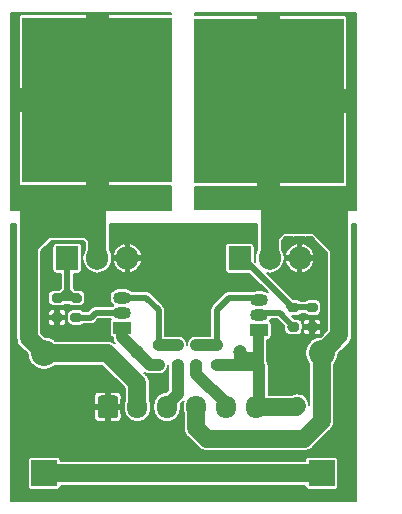
<source format=gbr>
G04 #@! TF.GenerationSoftware,KiCad,Pcbnew,(5.1.6)-1*
G04 #@! TF.CreationDate,2020-12-26T11:57:35+09:00*
G04 #@! TF.ProjectId,SolenoidProtectionCircuit,536f6c65-6e6f-4696-9450-726f74656374,rev?*
G04 #@! TF.SameCoordinates,Original*
G04 #@! TF.FileFunction,Copper,L1,Top*
G04 #@! TF.FilePolarity,Positive*
%FSLAX46Y46*%
G04 Gerber Fmt 4.6, Leading zero omitted, Abs format (unit mm)*
G04 Created by KiCad (PCBNEW (5.1.6)-1) date 2020-12-26 11:57:35*
%MOMM*%
%LPD*%
G01*
G04 APERTURE LIST*
G04 #@! TA.AperFunction,ComponentPad*
%ADD10O,1.700000X1.950000*%
G04 #@! TD*
G04 #@! TA.AperFunction,ComponentPad*
%ADD11C,5.000000*%
G04 #@! TD*
G04 #@! TA.AperFunction,ComponentPad*
%ADD12R,1.905000X2.000000*%
G04 #@! TD*
G04 #@! TA.AperFunction,ComponentPad*
%ADD13O,1.905000X2.000000*%
G04 #@! TD*
G04 #@! TA.AperFunction,SMDPad,CuDef*
%ADD14R,12.700000X14.000000*%
G04 #@! TD*
G04 #@! TA.AperFunction,ComponentPad*
%ADD15R,1.500000X1.050000*%
G04 #@! TD*
G04 #@! TA.AperFunction,ComponentPad*
%ADD16O,1.500000X1.050000*%
G04 #@! TD*
G04 #@! TA.AperFunction,ComponentPad*
%ADD17O,2.200000X2.200000*%
G04 #@! TD*
G04 #@! TA.AperFunction,ComponentPad*
%ADD18R,2.200000X2.200000*%
G04 #@! TD*
G04 #@! TA.AperFunction,ViaPad*
%ADD19C,1.200000*%
G04 #@! TD*
G04 #@! TA.AperFunction,Conductor*
%ADD20C,1.500000*%
G04 #@! TD*
G04 #@! TA.AperFunction,Conductor*
%ADD21C,1.000000*%
G04 #@! TD*
G04 #@! TA.AperFunction,Conductor*
%ADD22C,0.900000*%
G04 #@! TD*
G04 #@! TA.AperFunction,Conductor*
%ADD23C,0.500000*%
G04 #@! TD*
G04 #@! TA.AperFunction,Conductor*
%ADD24C,0.200000*%
G04 #@! TD*
G04 APERTURE END LIST*
D10*
X106100000Y-99700000D03*
X103600000Y-99700000D03*
X101100000Y-99700000D03*
X98600000Y-99700000D03*
X96100000Y-99700000D03*
G04 #@! TA.AperFunction,ComponentPad*
G36*
G01*
X92750000Y-100425000D02*
X92750000Y-98975000D01*
G75*
G02*
X93000000Y-98725000I250000J0D01*
G01*
X94200000Y-98725000D01*
G75*
G02*
X94450000Y-98975000I0J-250000D01*
G01*
X94450000Y-100425000D01*
G75*
G02*
X94200000Y-100675000I-250000J0D01*
G01*
X93000000Y-100675000D01*
G75*
G02*
X92750000Y-100425000I0J250000D01*
G01*
G37*
G04 #@! TD.AperFunction*
D11*
X92700000Y-70700000D03*
D12*
X90160000Y-87100000D03*
D13*
X95240000Y-87100000D03*
X92700000Y-87100000D03*
D14*
X92700000Y-73700000D03*
D11*
X107300000Y-70700000D03*
D12*
X104760000Y-87100000D03*
D13*
X109840000Y-87100000D03*
X107300000Y-87100000D03*
D14*
X107200000Y-73800000D03*
G04 #@! TA.AperFunction,SMDPad,CuDef*
G36*
G01*
X110625000Y-90875000D02*
X111175000Y-90875000D01*
G75*
G02*
X111375000Y-91075000I0J-200000D01*
G01*
X111375000Y-91475000D01*
G75*
G02*
X111175000Y-91675000I-200000J0D01*
G01*
X110625000Y-91675000D01*
G75*
G02*
X110425000Y-91475000I0J200000D01*
G01*
X110425000Y-91075000D01*
G75*
G02*
X110625000Y-90875000I200000J0D01*
G01*
G37*
G04 #@! TD.AperFunction*
G04 #@! TA.AperFunction,SMDPad,CuDef*
G36*
G01*
X110625000Y-92525000D02*
X111175000Y-92525000D01*
G75*
G02*
X111375000Y-92725000I0J-200000D01*
G01*
X111375000Y-93125000D01*
G75*
G02*
X111175000Y-93325000I-200000J0D01*
G01*
X110625000Y-93325000D01*
G75*
G02*
X110425000Y-93125000I0J200000D01*
G01*
X110425000Y-92725000D01*
G75*
G02*
X110625000Y-92525000I200000J0D01*
G01*
G37*
G04 #@! TD.AperFunction*
G04 #@! TA.AperFunction,SMDPad,CuDef*
G36*
G01*
X109025000Y-92525000D02*
X109575000Y-92525000D01*
G75*
G02*
X109775000Y-92725000I0J-200000D01*
G01*
X109775000Y-93125000D01*
G75*
G02*
X109575000Y-93325000I-200000J0D01*
G01*
X109025000Y-93325000D01*
G75*
G02*
X108825000Y-93125000I0J200000D01*
G01*
X108825000Y-92725000D01*
G75*
G02*
X109025000Y-92525000I200000J0D01*
G01*
G37*
G04 #@! TD.AperFunction*
G04 #@! TA.AperFunction,SMDPad,CuDef*
G36*
G01*
X109025000Y-90875000D02*
X109575000Y-90875000D01*
G75*
G02*
X109775000Y-91075000I0J-200000D01*
G01*
X109775000Y-91475000D01*
G75*
G02*
X109575000Y-91675000I-200000J0D01*
G01*
X109025000Y-91675000D01*
G75*
G02*
X108825000Y-91475000I0J200000D01*
G01*
X108825000Y-91075000D01*
G75*
G02*
X109025000Y-90875000I200000J0D01*
G01*
G37*
G04 #@! TD.AperFunction*
G04 #@! TA.AperFunction,SMDPad,CuDef*
G36*
G01*
X103075000Y-94875000D02*
X102525000Y-94875000D01*
G75*
G02*
X102325000Y-94675000I0J200000D01*
G01*
X102325000Y-94275000D01*
G75*
G02*
X102525000Y-94075000I200000J0D01*
G01*
X103075000Y-94075000D01*
G75*
G02*
X103275000Y-94275000I0J-200000D01*
G01*
X103275000Y-94675000D01*
G75*
G02*
X103075000Y-94875000I-200000J0D01*
G01*
G37*
G04 #@! TD.AperFunction*
G04 #@! TA.AperFunction,SMDPad,CuDef*
G36*
G01*
X103075000Y-96525000D02*
X102525000Y-96525000D01*
G75*
G02*
X102325000Y-96325000I0J200000D01*
G01*
X102325000Y-95925000D01*
G75*
G02*
X102525000Y-95725000I200000J0D01*
G01*
X103075000Y-95725000D01*
G75*
G02*
X103275000Y-95925000I0J-200000D01*
G01*
X103275000Y-96325000D01*
G75*
G02*
X103075000Y-96525000I-200000J0D01*
G01*
G37*
G04 #@! TD.AperFunction*
G04 #@! TA.AperFunction,SMDPad,CuDef*
G36*
G01*
X100825000Y-95725000D02*
X101375000Y-95725000D01*
G75*
G02*
X101575000Y-95925000I0J-200000D01*
G01*
X101575000Y-96325000D01*
G75*
G02*
X101375000Y-96525000I-200000J0D01*
G01*
X100825000Y-96525000D01*
G75*
G02*
X100625000Y-96325000I0J200000D01*
G01*
X100625000Y-95925000D01*
G75*
G02*
X100825000Y-95725000I200000J0D01*
G01*
G37*
G04 #@! TD.AperFunction*
G04 #@! TA.AperFunction,SMDPad,CuDef*
G36*
G01*
X100825000Y-94075000D02*
X101375000Y-94075000D01*
G75*
G02*
X101575000Y-94275000I0J-200000D01*
G01*
X101575000Y-94675000D01*
G75*
G02*
X101375000Y-94875000I-200000J0D01*
G01*
X100825000Y-94875000D01*
G75*
G02*
X100625000Y-94675000I0J200000D01*
G01*
X100625000Y-94275000D01*
G75*
G02*
X100825000Y-94075000I200000J0D01*
G01*
G37*
G04 #@! TD.AperFunction*
D15*
X106400000Y-93200000D03*
D16*
X106400000Y-90660000D03*
X106400000Y-91930000D03*
D17*
X111700000Y-95140000D03*
D18*
X111700000Y-105300000D03*
G04 #@! TA.AperFunction,SMDPad,CuDef*
G36*
G01*
X89025000Y-91725000D02*
X89575000Y-91725000D01*
G75*
G02*
X89775000Y-91925000I0J-200000D01*
G01*
X89775000Y-92325000D01*
G75*
G02*
X89575000Y-92525000I-200000J0D01*
G01*
X89025000Y-92525000D01*
G75*
G02*
X88825000Y-92325000I0J200000D01*
G01*
X88825000Y-91925000D01*
G75*
G02*
X89025000Y-91725000I200000J0D01*
G01*
G37*
G04 #@! TD.AperFunction*
G04 #@! TA.AperFunction,SMDPad,CuDef*
G36*
G01*
X89025000Y-90075000D02*
X89575000Y-90075000D01*
G75*
G02*
X89775000Y-90275000I0J-200000D01*
G01*
X89775000Y-90675000D01*
G75*
G02*
X89575000Y-90875000I-200000J0D01*
G01*
X89025000Y-90875000D01*
G75*
G02*
X88825000Y-90675000I0J200000D01*
G01*
X88825000Y-90275000D01*
G75*
G02*
X89025000Y-90075000I200000J0D01*
G01*
G37*
G04 #@! TD.AperFunction*
G04 #@! TA.AperFunction,SMDPad,CuDef*
G36*
G01*
X90625000Y-91725000D02*
X91175000Y-91725000D01*
G75*
G02*
X91375000Y-91925000I0J-200000D01*
G01*
X91375000Y-92325000D01*
G75*
G02*
X91175000Y-92525000I-200000J0D01*
G01*
X90625000Y-92525000D01*
G75*
G02*
X90425000Y-92325000I0J200000D01*
G01*
X90425000Y-91925000D01*
G75*
G02*
X90625000Y-91725000I200000J0D01*
G01*
G37*
G04 #@! TD.AperFunction*
G04 #@! TA.AperFunction,SMDPad,CuDef*
G36*
G01*
X90625000Y-90075000D02*
X91175000Y-90075000D01*
G75*
G02*
X91375000Y-90275000I0J-200000D01*
G01*
X91375000Y-90675000D01*
G75*
G02*
X91175000Y-90875000I-200000J0D01*
G01*
X90625000Y-90875000D01*
G75*
G02*
X90425000Y-90675000I0J200000D01*
G01*
X90425000Y-90275000D01*
G75*
G02*
X90625000Y-90075000I200000J0D01*
G01*
G37*
G04 #@! TD.AperFunction*
G04 #@! TA.AperFunction,SMDPad,CuDef*
G36*
G01*
X98175000Y-94875000D02*
X97625000Y-94875000D01*
G75*
G02*
X97425000Y-94675000I0J200000D01*
G01*
X97425000Y-94275000D01*
G75*
G02*
X97625000Y-94075000I200000J0D01*
G01*
X98175000Y-94075000D01*
G75*
G02*
X98375000Y-94275000I0J-200000D01*
G01*
X98375000Y-94675000D01*
G75*
G02*
X98175000Y-94875000I-200000J0D01*
G01*
G37*
G04 #@! TD.AperFunction*
G04 #@! TA.AperFunction,SMDPad,CuDef*
G36*
G01*
X98175000Y-96525000D02*
X97625000Y-96525000D01*
G75*
G02*
X97425000Y-96325000I0J200000D01*
G01*
X97425000Y-95925000D01*
G75*
G02*
X97625000Y-95725000I200000J0D01*
G01*
X98175000Y-95725000D01*
G75*
G02*
X98375000Y-95925000I0J-200000D01*
G01*
X98375000Y-96325000D01*
G75*
G02*
X98175000Y-96525000I-200000J0D01*
G01*
G37*
G04 #@! TD.AperFunction*
G04 #@! TA.AperFunction,SMDPad,CuDef*
G36*
G01*
X99225000Y-95725000D02*
X99775000Y-95725000D01*
G75*
G02*
X99975000Y-95925000I0J-200000D01*
G01*
X99975000Y-96325000D01*
G75*
G02*
X99775000Y-96525000I-200000J0D01*
G01*
X99225000Y-96525000D01*
G75*
G02*
X99025000Y-96325000I0J200000D01*
G01*
X99025000Y-95925000D01*
G75*
G02*
X99225000Y-95725000I200000J0D01*
G01*
G37*
G04 #@! TD.AperFunction*
G04 #@! TA.AperFunction,SMDPad,CuDef*
G36*
G01*
X99225000Y-94075000D02*
X99775000Y-94075000D01*
G75*
G02*
X99975000Y-94275000I0J-200000D01*
G01*
X99975000Y-94675000D01*
G75*
G02*
X99775000Y-94875000I-200000J0D01*
G01*
X99225000Y-94875000D01*
G75*
G02*
X99025000Y-94675000I0J200000D01*
G01*
X99025000Y-94275000D01*
G75*
G02*
X99225000Y-94075000I200000J0D01*
G01*
G37*
G04 #@! TD.AperFunction*
D15*
X94800000Y-93000000D03*
D16*
X94800000Y-90460000D03*
X94800000Y-91730000D03*
D17*
X88200000Y-95140000D03*
D18*
X88200000Y-105300000D03*
D19*
X109600000Y-105300000D03*
X109600000Y-99600000D03*
X96050000Y-95050000D03*
X104750000Y-95050000D03*
X90300000Y-96700000D03*
X90300000Y-93500000D03*
X109900000Y-89200000D03*
X102600000Y-89100000D03*
D20*
X111700000Y-105300000D02*
X109600000Y-105300000D01*
X109600000Y-105300000D02*
X88200000Y-105300000D01*
X109500000Y-99700000D02*
X109600000Y-99600000D01*
X106100000Y-99700000D02*
X109500000Y-99700000D01*
D21*
X106400000Y-99400000D02*
X106100000Y-99700000D01*
X106400000Y-96200000D02*
X106400000Y-99400000D01*
X106325000Y-96125000D02*
X106400000Y-96200000D01*
X97125000Y-96125000D02*
X97900000Y-96125000D01*
X96050000Y-95050000D02*
X97125000Y-96125000D01*
X104750000Y-95900000D02*
X104975000Y-96125000D01*
X104975000Y-96125000D02*
X106325000Y-96125000D01*
X104750000Y-95050000D02*
X104750000Y-95900000D01*
X102800000Y-96125000D02*
X104975000Y-96125000D01*
D22*
X106325000Y-93275000D02*
X106400000Y-93200000D01*
X105175000Y-95475000D02*
X104750000Y-95050000D01*
X106325000Y-95475000D02*
X105175000Y-95475000D01*
X106325000Y-96125000D02*
X106325000Y-95475000D01*
X106325000Y-95475000D02*
X106325000Y-93275000D01*
D21*
X94800000Y-93800000D02*
X94800000Y-93000000D01*
X96050000Y-95050000D02*
X94800000Y-93800000D01*
X99500000Y-94475000D02*
X97900000Y-94475000D01*
D23*
X94800000Y-90460000D02*
X96860000Y-90460000D01*
X97900000Y-91500000D02*
X97900000Y-94475000D01*
X96860000Y-90460000D02*
X97900000Y-91500000D01*
X90900000Y-92125000D02*
X92175000Y-92125000D01*
X92570000Y-91730000D02*
X94800000Y-91730000D01*
X92175000Y-92125000D02*
X92570000Y-91730000D01*
X90160000Y-90440000D02*
X90125000Y-90475000D01*
X90125000Y-90475000D02*
X90900000Y-90475000D01*
X89300000Y-90475000D02*
X90125000Y-90475000D01*
X90775000Y-90475000D02*
X90160000Y-89860000D01*
X90900000Y-90475000D02*
X90775000Y-90475000D01*
X90160000Y-89860000D02*
X90160000Y-90440000D01*
X90160000Y-87100000D02*
X90160000Y-89860000D01*
X89545000Y-90475000D02*
X90160000Y-89860000D01*
X89300000Y-90475000D02*
X89545000Y-90475000D01*
D21*
X102800000Y-94475000D02*
X101100000Y-94475000D01*
D23*
X102800000Y-94475000D02*
X102800000Y-91500000D01*
X103840000Y-90460000D02*
X106400000Y-90460000D01*
X102800000Y-91500000D02*
X103840000Y-90460000D01*
X109300000Y-92925000D02*
X109025000Y-92925000D01*
X109300000Y-92925000D02*
X109300000Y-92900000D01*
X108130000Y-91730000D02*
X106400000Y-91730000D01*
X109300000Y-92900000D02*
X108130000Y-91730000D01*
X110900000Y-91275000D02*
X109300000Y-91275000D01*
X109300000Y-91275000D02*
X108935000Y-91275000D01*
X109300000Y-91275000D02*
X109175000Y-91275000D01*
X105000000Y-87100000D02*
X104760000Y-87100000D01*
X109175000Y-91275000D02*
X105000000Y-87100000D01*
D21*
X103600000Y-99700000D02*
X103600000Y-99400000D01*
X101100000Y-96900000D02*
X101100000Y-96125000D01*
X103600000Y-99400000D02*
X101100000Y-96900000D01*
D20*
X111700000Y-95140000D02*
X113200000Y-93640000D01*
X113200000Y-93640000D02*
X113200000Y-86200000D01*
X107300000Y-85200000D02*
X107300000Y-87100000D01*
X108200000Y-84300000D02*
X107300000Y-85200000D01*
X107300000Y-87100000D02*
X107300000Y-81900000D01*
X108200000Y-84300000D02*
X108200000Y-82200000D01*
X109300000Y-84300000D02*
X109300000Y-82700000D01*
X109300000Y-84300000D02*
X108200000Y-84300000D01*
X111300000Y-84300000D02*
X110300000Y-84300000D01*
X110300000Y-84300000D02*
X110300000Y-82500000D01*
X110300000Y-84300000D02*
X109300000Y-84300000D01*
X111300000Y-84300000D02*
X111300000Y-82600000D01*
X113200000Y-86200000D02*
X113200000Y-82400000D01*
X112100000Y-85100000D02*
X112100000Y-82300000D01*
X113200000Y-86200000D02*
X112100000Y-85100000D01*
X112100000Y-85100000D02*
X111300000Y-84300000D01*
X101100000Y-99700000D02*
X101100000Y-101500000D01*
X101100000Y-101500000D02*
X102000000Y-102400000D01*
X102000000Y-102400000D02*
X110200000Y-102400000D01*
X111700000Y-100900000D02*
X111700000Y-95140000D01*
X110200000Y-102400000D02*
X111700000Y-100900000D01*
X111700000Y-95140000D02*
X111700000Y-95074990D01*
D21*
X98600000Y-99700000D02*
X98600000Y-99500000D01*
X99500000Y-98600000D02*
X99500000Y-96125000D01*
X98600000Y-99500000D02*
X99500000Y-98600000D01*
D20*
X96100000Y-99700000D02*
X96100000Y-97700000D01*
X93540000Y-95140000D02*
X88200000Y-95140000D01*
X96100000Y-97700000D02*
X93540000Y-95140000D01*
X88200000Y-95140000D02*
X86900000Y-93840000D01*
X86900000Y-93840000D02*
X86900000Y-86100000D01*
X86900000Y-86100000D02*
X88400000Y-84600000D01*
X88400000Y-84600000D02*
X91900000Y-84600000D01*
X92700000Y-85400000D02*
X92700000Y-87100000D01*
X91900000Y-84600000D02*
X92700000Y-85400000D01*
X92700000Y-85400000D02*
X92700000Y-82100000D01*
X92700000Y-82100000D02*
X91300000Y-83500000D01*
X91300000Y-83500000D02*
X87700000Y-83500000D01*
X86900000Y-84300000D02*
X86900000Y-86100000D01*
X87700000Y-83500000D02*
X86900000Y-84300000D01*
X86900000Y-84300000D02*
X86900000Y-81900000D01*
D24*
G36*
X98900000Y-66398589D02*
G01*
X93675000Y-66400000D01*
X93600000Y-66475000D01*
X93600000Y-68052531D01*
X93538755Y-68014382D01*
X92998700Y-67902352D01*
X92447167Y-67897835D01*
X91905350Y-68001002D01*
X91861245Y-68014382D01*
X91800000Y-68052531D01*
X91800000Y-66475000D01*
X91725000Y-66400000D01*
X86350000Y-66398548D01*
X86291190Y-66404340D01*
X86234639Y-66421495D01*
X86182522Y-66449352D01*
X86136841Y-66486841D01*
X86099352Y-66532522D01*
X86071495Y-66584639D01*
X86054340Y-66641190D01*
X86048548Y-66700000D01*
X86050000Y-72725000D01*
X86125000Y-72800000D01*
X90821727Y-72800000D01*
X91347261Y-73325534D01*
X91507512Y-73165283D01*
X91861245Y-73385618D01*
X92401300Y-73497648D01*
X92952833Y-73502165D01*
X93494650Y-73398998D01*
X93538755Y-73385618D01*
X93620000Y-73335012D01*
X93620000Y-74600000D01*
X93600000Y-74600000D01*
X93600000Y-80925000D01*
X93675000Y-81000000D01*
X98900000Y-81001411D01*
X98900000Y-83000000D01*
X85375000Y-83000000D01*
X85375000Y-80700000D01*
X86048548Y-80700000D01*
X86054340Y-80758810D01*
X86071495Y-80815361D01*
X86099352Y-80867478D01*
X86136841Y-80913159D01*
X86182522Y-80950648D01*
X86234639Y-80978505D01*
X86291190Y-80995660D01*
X86350000Y-81001452D01*
X91725000Y-81000000D01*
X91800000Y-80925000D01*
X91800000Y-74600000D01*
X86125000Y-74600000D01*
X86050000Y-74675000D01*
X86048548Y-80700000D01*
X85375000Y-80700000D01*
X85375000Y-66375000D01*
X98900000Y-66375000D01*
X98900000Y-66398589D01*
G37*
X98900000Y-66398589D02*
X93675000Y-66400000D01*
X93600000Y-66475000D01*
X93600000Y-68052531D01*
X93538755Y-68014382D01*
X92998700Y-67902352D01*
X92447167Y-67897835D01*
X91905350Y-68001002D01*
X91861245Y-68014382D01*
X91800000Y-68052531D01*
X91800000Y-66475000D01*
X91725000Y-66400000D01*
X86350000Y-66398548D01*
X86291190Y-66404340D01*
X86234639Y-66421495D01*
X86182522Y-66449352D01*
X86136841Y-66486841D01*
X86099352Y-66532522D01*
X86071495Y-66584639D01*
X86054340Y-66641190D01*
X86048548Y-66700000D01*
X86050000Y-72725000D01*
X86125000Y-72800000D01*
X90821727Y-72800000D01*
X91347261Y-73325534D01*
X91507512Y-73165283D01*
X91861245Y-73385618D01*
X92401300Y-73497648D01*
X92952833Y-73502165D01*
X93494650Y-73398998D01*
X93538755Y-73385618D01*
X93620000Y-73335012D01*
X93620000Y-74600000D01*
X93600000Y-74600000D01*
X93600000Y-80925000D01*
X93675000Y-81000000D01*
X98900000Y-81001411D01*
X98900000Y-83000000D01*
X85375000Y-83000000D01*
X85375000Y-80700000D01*
X86048548Y-80700000D01*
X86054340Y-80758810D01*
X86071495Y-80815361D01*
X86099352Y-80867478D01*
X86136841Y-80913159D01*
X86182522Y-80950648D01*
X86234639Y-80978505D01*
X86291190Y-80995660D01*
X86350000Y-81001452D01*
X91725000Y-81000000D01*
X91800000Y-80925000D01*
X91800000Y-74600000D01*
X86125000Y-74600000D01*
X86050000Y-74675000D01*
X86048548Y-80700000D01*
X85375000Y-80700000D01*
X85375000Y-66375000D01*
X98900000Y-66375000D01*
X98900000Y-66398589D01*
G36*
X93600000Y-70298923D02*
G01*
X93600000Y-71101077D01*
X92714143Y-71986935D01*
X92700000Y-71972792D01*
X92685858Y-71986935D01*
X91800000Y-71101077D01*
X91800000Y-70298923D01*
X92685858Y-69413066D01*
X92700000Y-69427208D01*
X92714143Y-69413066D01*
X93600000Y-70298923D01*
G37*
X93600000Y-70298923D02*
X93600000Y-71101077D01*
X92714143Y-71986935D01*
X92700000Y-71972792D01*
X92685858Y-71986935D01*
X91800000Y-71101077D01*
X91800000Y-70298923D01*
X92685858Y-69413066D01*
X92700000Y-69427208D01*
X92714143Y-69413066D01*
X93600000Y-70298923D01*
G36*
X114625000Y-78018418D02*
G01*
X114625001Y-78018428D01*
X114625001Y-82997339D01*
X101000000Y-82900707D01*
X101000000Y-81101411D01*
X106225000Y-81100000D01*
X106300000Y-81025000D01*
X106300000Y-74700000D01*
X108100000Y-74700000D01*
X108100000Y-81025000D01*
X108175000Y-81100000D01*
X113550000Y-81101452D01*
X113608810Y-81095660D01*
X113665361Y-81078505D01*
X113717478Y-81050648D01*
X113763159Y-81013159D01*
X113800648Y-80967478D01*
X113828505Y-80915361D01*
X113845660Y-80858810D01*
X113851452Y-80800000D01*
X113850000Y-74775000D01*
X113775000Y-74700000D01*
X108100000Y-74700000D01*
X106300000Y-74700000D01*
X106280000Y-74700000D01*
X106280000Y-73272723D01*
X106461245Y-73385618D01*
X107001300Y-73497648D01*
X107552833Y-73502165D01*
X108094650Y-73398998D01*
X108138755Y-73385618D01*
X108492488Y-73165283D01*
X108652739Y-73325534D01*
X109078273Y-72900000D01*
X113775000Y-72900000D01*
X113850000Y-72825000D01*
X113851452Y-66800000D01*
X113845660Y-66741190D01*
X113828505Y-66684639D01*
X113800648Y-66632522D01*
X113763159Y-66586841D01*
X113717478Y-66549352D01*
X113665361Y-66521495D01*
X113608810Y-66504340D01*
X113550000Y-66498548D01*
X108175000Y-66500000D01*
X108100000Y-66575000D01*
X108100000Y-68006343D01*
X107598700Y-67902352D01*
X107047167Y-67897835D01*
X106505350Y-68001002D01*
X106461245Y-68014382D01*
X106300000Y-68114819D01*
X106300000Y-66575000D01*
X106225000Y-66500000D01*
X101000000Y-66498589D01*
X101000000Y-66375000D01*
X114625001Y-66375000D01*
X114625000Y-78018418D01*
G37*
X114625000Y-78018418D02*
X114625001Y-78018428D01*
X114625001Y-82997339D01*
X101000000Y-82900707D01*
X101000000Y-81101411D01*
X106225000Y-81100000D01*
X106300000Y-81025000D01*
X106300000Y-74700000D01*
X108100000Y-74700000D01*
X108100000Y-81025000D01*
X108175000Y-81100000D01*
X113550000Y-81101452D01*
X113608810Y-81095660D01*
X113665361Y-81078505D01*
X113717478Y-81050648D01*
X113763159Y-81013159D01*
X113800648Y-80967478D01*
X113828505Y-80915361D01*
X113845660Y-80858810D01*
X113851452Y-80800000D01*
X113850000Y-74775000D01*
X113775000Y-74700000D01*
X108100000Y-74700000D01*
X106300000Y-74700000D01*
X106280000Y-74700000D01*
X106280000Y-73272723D01*
X106461245Y-73385618D01*
X107001300Y-73497648D01*
X107552833Y-73502165D01*
X108094650Y-73398998D01*
X108138755Y-73385618D01*
X108492488Y-73165283D01*
X108652739Y-73325534D01*
X109078273Y-72900000D01*
X113775000Y-72900000D01*
X113850000Y-72825000D01*
X113851452Y-66800000D01*
X113845660Y-66741190D01*
X113828505Y-66684639D01*
X113800648Y-66632522D01*
X113763159Y-66586841D01*
X113717478Y-66549352D01*
X113665361Y-66521495D01*
X113608810Y-66504340D01*
X113550000Y-66498548D01*
X108175000Y-66500000D01*
X108100000Y-66575000D01*
X108100000Y-68006343D01*
X107598700Y-67902352D01*
X107047167Y-67897835D01*
X106505350Y-68001002D01*
X106461245Y-68014382D01*
X106300000Y-68114819D01*
X106300000Y-66575000D01*
X106225000Y-66500000D01*
X101000000Y-66498589D01*
X101000000Y-66375000D01*
X114625001Y-66375000D01*
X114625000Y-78018418D01*
G36*
X108100000Y-70198923D02*
G01*
X108100000Y-71201077D01*
X107314143Y-71986935D01*
X107300000Y-71972792D01*
X107285858Y-71986935D01*
X106300000Y-71001077D01*
X106300000Y-70398923D01*
X107285858Y-69413066D01*
X107300000Y-69427208D01*
X107314143Y-69413066D01*
X108100000Y-70198923D01*
G37*
X108100000Y-70198923D02*
X108100000Y-71201077D01*
X107314143Y-71986935D01*
X107300000Y-71972792D01*
X107285858Y-71986935D01*
X106300000Y-71001077D01*
X106300000Y-70398923D01*
X107285858Y-69413066D01*
X107300000Y-69427208D01*
X107314143Y-69413066D01*
X108100000Y-70198923D01*
G36*
X85850000Y-84248432D02*
G01*
X85844921Y-84300000D01*
X85850000Y-84351568D01*
X85850000Y-86048432D01*
X85844921Y-86100000D01*
X85850000Y-86151568D01*
X85850000Y-86151578D01*
X85850001Y-86151588D01*
X85850000Y-93788432D01*
X85844921Y-93840000D01*
X85850000Y-93891568D01*
X85850000Y-93891577D01*
X85865193Y-94045835D01*
X85925233Y-94243761D01*
X86022733Y-94426171D01*
X86153946Y-94586054D01*
X86194014Y-94618937D01*
X86800000Y-95224923D01*
X86800000Y-95277888D01*
X86853801Y-95548365D01*
X86959336Y-95803149D01*
X87112549Y-96032448D01*
X87307552Y-96227451D01*
X87536851Y-96380664D01*
X87791635Y-96486199D01*
X88062112Y-96540000D01*
X88337888Y-96540000D01*
X88608365Y-96486199D01*
X88863149Y-96380664D01*
X89092448Y-96227451D01*
X89129899Y-96190000D01*
X93105077Y-96190000D01*
X95050001Y-98134925D01*
X95050000Y-99099854D01*
X95032398Y-99132786D01*
X94966640Y-99349562D01*
X94950000Y-99518509D01*
X94950000Y-99881492D01*
X94966640Y-100050439D01*
X95032398Y-100267215D01*
X95139184Y-100466997D01*
X95282894Y-100642107D01*
X95458004Y-100785816D01*
X95657786Y-100892602D01*
X95874562Y-100958360D01*
X96100000Y-100980564D01*
X96325439Y-100958360D01*
X96542215Y-100892602D01*
X96741997Y-100785816D01*
X96917107Y-100642107D01*
X97060816Y-100466996D01*
X97167602Y-100267214D01*
X97233360Y-100050438D01*
X97250000Y-99881491D01*
X97250000Y-99518508D01*
X97233360Y-99349561D01*
X97167602Y-99132785D01*
X97150000Y-99099854D01*
X97150000Y-97751571D01*
X97155079Y-97700000D01*
X97150000Y-97648429D01*
X97150000Y-97648422D01*
X97134807Y-97494164D01*
X97074767Y-97296238D01*
X96977267Y-97113829D01*
X96846054Y-96953946D01*
X96805991Y-96921067D01*
X96677969Y-96793045D01*
X96678393Y-96793393D01*
X96810764Y-96864147D01*
X96817372Y-96867679D01*
X96968173Y-96913424D01*
X97085707Y-96925000D01*
X97085709Y-96925000D01*
X97125000Y-96928870D01*
X97164291Y-96925000D01*
X97939293Y-96925000D01*
X98056827Y-96913424D01*
X98207628Y-96867679D01*
X98342097Y-96795803D01*
X98366897Y-96788280D01*
X98453591Y-96741941D01*
X98529579Y-96679579D01*
X98591941Y-96603591D01*
X98638280Y-96516897D01*
X98666816Y-96422828D01*
X98676451Y-96325000D01*
X98676451Y-96321297D01*
X98688424Y-96281827D01*
X98700001Y-96164283D01*
X98700000Y-98268629D01*
X98543643Y-98424987D01*
X98374561Y-98441640D01*
X98157785Y-98507398D01*
X97958003Y-98614184D01*
X97782893Y-98757893D01*
X97639184Y-98933004D01*
X97532398Y-99132786D01*
X97466640Y-99349562D01*
X97450000Y-99518509D01*
X97450000Y-99881492D01*
X97466640Y-100050439D01*
X97532398Y-100267215D01*
X97639184Y-100466997D01*
X97782894Y-100642107D01*
X97958004Y-100785816D01*
X98157786Y-100892602D01*
X98374562Y-100958360D01*
X98600000Y-100980564D01*
X98825439Y-100958360D01*
X99042215Y-100892602D01*
X99241997Y-100785816D01*
X99417107Y-100642107D01*
X99560816Y-100466996D01*
X99667602Y-100267214D01*
X99733360Y-100050438D01*
X99750000Y-99881491D01*
X99750000Y-99518508D01*
X99746670Y-99484700D01*
X100003578Y-99227793D01*
X99966640Y-99349562D01*
X99950000Y-99518509D01*
X99950000Y-99881492D01*
X99966640Y-100050439D01*
X100032398Y-100267215D01*
X100050000Y-100300146D01*
X100050000Y-101448432D01*
X100044921Y-101500000D01*
X100050000Y-101551568D01*
X100050000Y-101551578D01*
X100055360Y-101605992D01*
X100065194Y-101705835D01*
X100125233Y-101903761D01*
X100222733Y-102086171D01*
X100321067Y-102205990D01*
X100353947Y-102246054D01*
X100394009Y-102278932D01*
X101221071Y-103105996D01*
X101253946Y-103146054D01*
X101294003Y-103178928D01*
X101294008Y-103178933D01*
X101393211Y-103260346D01*
X101413829Y-103277267D01*
X101596238Y-103374767D01*
X101794164Y-103434807D01*
X101948422Y-103450000D01*
X101948431Y-103450000D01*
X101999999Y-103455079D01*
X102051567Y-103450000D01*
X110148432Y-103450000D01*
X110200000Y-103455079D01*
X110251568Y-103450000D01*
X110251578Y-103450000D01*
X110405836Y-103434807D01*
X110603762Y-103374767D01*
X110786171Y-103277267D01*
X110946054Y-103146054D01*
X110978937Y-103105986D01*
X112405996Y-101678929D01*
X112446054Y-101646054D01*
X112478928Y-101605997D01*
X112478933Y-101605992D01*
X112577266Y-101486172D01*
X112641931Y-101365193D01*
X112674767Y-101303762D01*
X112734807Y-101105836D01*
X112750000Y-100951578D01*
X112750000Y-100951569D01*
X112755079Y-100900001D01*
X112750000Y-100848433D01*
X112750000Y-96069899D01*
X112787451Y-96032448D01*
X112940664Y-95803149D01*
X113046199Y-95548365D01*
X113100000Y-95277888D01*
X113100000Y-95224924D01*
X113905996Y-94418929D01*
X113946054Y-94386054D01*
X113978928Y-94345997D01*
X113978933Y-94345992D01*
X114077266Y-94226172D01*
X114077267Y-94226171D01*
X114174767Y-94043762D01*
X114234807Y-93845836D01*
X114250000Y-93691578D01*
X114250000Y-93691569D01*
X114255079Y-93640001D01*
X114250000Y-93588433D01*
X114250000Y-86251568D01*
X114255079Y-86200000D01*
X114250000Y-86148432D01*
X114250000Y-84200000D01*
X114625001Y-84200000D01*
X114625000Y-107625000D01*
X85375000Y-107625000D01*
X85375000Y-104200000D01*
X86798549Y-104200000D01*
X86798549Y-106400000D01*
X86804341Y-106458810D01*
X86821496Y-106515360D01*
X86849353Y-106567477D01*
X86886842Y-106613158D01*
X86932523Y-106650647D01*
X86984640Y-106678504D01*
X87041190Y-106695659D01*
X87100000Y-106701451D01*
X89300000Y-106701451D01*
X89358810Y-106695659D01*
X89415360Y-106678504D01*
X89467477Y-106650647D01*
X89513158Y-106613158D01*
X89550647Y-106567477D01*
X89578504Y-106515360D01*
X89595659Y-106458810D01*
X89601451Y-106400000D01*
X89601451Y-106350000D01*
X110298549Y-106350000D01*
X110298549Y-106400000D01*
X110304341Y-106458810D01*
X110321496Y-106515360D01*
X110349353Y-106567477D01*
X110386842Y-106613158D01*
X110432523Y-106650647D01*
X110484640Y-106678504D01*
X110541190Y-106695659D01*
X110600000Y-106701451D01*
X112800000Y-106701451D01*
X112858810Y-106695659D01*
X112915360Y-106678504D01*
X112967477Y-106650647D01*
X113013158Y-106613158D01*
X113050647Y-106567477D01*
X113078504Y-106515360D01*
X113095659Y-106458810D01*
X113101451Y-106400000D01*
X113101451Y-104200000D01*
X113095659Y-104141190D01*
X113078504Y-104084640D01*
X113050647Y-104032523D01*
X113013158Y-103986842D01*
X112967477Y-103949353D01*
X112915360Y-103921496D01*
X112858810Y-103904341D01*
X112800000Y-103898549D01*
X110600000Y-103898549D01*
X110541190Y-103904341D01*
X110484640Y-103921496D01*
X110432523Y-103949353D01*
X110386842Y-103986842D01*
X110349353Y-104032523D01*
X110321496Y-104084640D01*
X110304341Y-104141190D01*
X110298549Y-104200000D01*
X110298549Y-104250000D01*
X89601451Y-104250000D01*
X89601451Y-104200000D01*
X89595659Y-104141190D01*
X89578504Y-104084640D01*
X89550647Y-104032523D01*
X89513158Y-103986842D01*
X89467477Y-103949353D01*
X89415360Y-103921496D01*
X89358810Y-103904341D01*
X89300000Y-103898549D01*
X87100000Y-103898549D01*
X87041190Y-103904341D01*
X86984640Y-103921496D01*
X86932523Y-103949353D01*
X86886842Y-103986842D01*
X86849353Y-104032523D01*
X86821496Y-104084640D01*
X86804341Y-104141190D01*
X86798549Y-104200000D01*
X85375000Y-104200000D01*
X85375000Y-100675000D01*
X92448548Y-100675000D01*
X92454340Y-100733810D01*
X92471495Y-100790361D01*
X92499352Y-100842478D01*
X92536841Y-100888159D01*
X92582522Y-100925648D01*
X92634639Y-100953505D01*
X92691190Y-100970660D01*
X92750000Y-100976452D01*
X93375000Y-100975000D01*
X93450000Y-100900000D01*
X93450000Y-99850000D01*
X93750000Y-99850000D01*
X93750000Y-100900000D01*
X93825000Y-100975000D01*
X94450000Y-100976452D01*
X94508810Y-100970660D01*
X94565361Y-100953505D01*
X94617478Y-100925648D01*
X94663159Y-100888159D01*
X94700648Y-100842478D01*
X94728505Y-100790361D01*
X94745660Y-100733810D01*
X94751452Y-100675000D01*
X94750000Y-99925000D01*
X94675000Y-99850000D01*
X93750000Y-99850000D01*
X93450000Y-99850000D01*
X92525000Y-99850000D01*
X92450000Y-99925000D01*
X92448548Y-100675000D01*
X85375000Y-100675000D01*
X85375000Y-98725000D01*
X92448548Y-98725000D01*
X92450000Y-99475000D01*
X92525000Y-99550000D01*
X93450000Y-99550000D01*
X93450000Y-98500000D01*
X93750000Y-98500000D01*
X93750000Y-99550000D01*
X94675000Y-99550000D01*
X94750000Y-99475000D01*
X94751452Y-98725000D01*
X94745660Y-98666190D01*
X94728505Y-98609639D01*
X94700648Y-98557522D01*
X94663159Y-98511841D01*
X94617478Y-98474352D01*
X94565361Y-98446495D01*
X94508810Y-98429340D01*
X94450000Y-98423548D01*
X93825000Y-98425000D01*
X93750000Y-98500000D01*
X93450000Y-98500000D01*
X93375000Y-98425000D01*
X92750000Y-98423548D01*
X92691190Y-98429340D01*
X92634639Y-98446495D01*
X92582522Y-98474352D01*
X92536841Y-98511841D01*
X92499352Y-98557522D01*
X92471495Y-98609639D01*
X92454340Y-98666190D01*
X92448548Y-98725000D01*
X85375000Y-98725000D01*
X85375000Y-84200000D01*
X85850000Y-84200000D01*
X85850000Y-84248432D01*
G37*
X85850000Y-84248432D02*
X85844921Y-84300000D01*
X85850000Y-84351568D01*
X85850000Y-86048432D01*
X85844921Y-86100000D01*
X85850000Y-86151568D01*
X85850000Y-86151578D01*
X85850001Y-86151588D01*
X85850000Y-93788432D01*
X85844921Y-93840000D01*
X85850000Y-93891568D01*
X85850000Y-93891577D01*
X85865193Y-94045835D01*
X85925233Y-94243761D01*
X86022733Y-94426171D01*
X86153946Y-94586054D01*
X86194014Y-94618937D01*
X86800000Y-95224923D01*
X86800000Y-95277888D01*
X86853801Y-95548365D01*
X86959336Y-95803149D01*
X87112549Y-96032448D01*
X87307552Y-96227451D01*
X87536851Y-96380664D01*
X87791635Y-96486199D01*
X88062112Y-96540000D01*
X88337888Y-96540000D01*
X88608365Y-96486199D01*
X88863149Y-96380664D01*
X89092448Y-96227451D01*
X89129899Y-96190000D01*
X93105077Y-96190000D01*
X95050001Y-98134925D01*
X95050000Y-99099854D01*
X95032398Y-99132786D01*
X94966640Y-99349562D01*
X94950000Y-99518509D01*
X94950000Y-99881492D01*
X94966640Y-100050439D01*
X95032398Y-100267215D01*
X95139184Y-100466997D01*
X95282894Y-100642107D01*
X95458004Y-100785816D01*
X95657786Y-100892602D01*
X95874562Y-100958360D01*
X96100000Y-100980564D01*
X96325439Y-100958360D01*
X96542215Y-100892602D01*
X96741997Y-100785816D01*
X96917107Y-100642107D01*
X97060816Y-100466996D01*
X97167602Y-100267214D01*
X97233360Y-100050438D01*
X97250000Y-99881491D01*
X97250000Y-99518508D01*
X97233360Y-99349561D01*
X97167602Y-99132785D01*
X97150000Y-99099854D01*
X97150000Y-97751571D01*
X97155079Y-97700000D01*
X97150000Y-97648429D01*
X97150000Y-97648422D01*
X97134807Y-97494164D01*
X97074767Y-97296238D01*
X96977267Y-97113829D01*
X96846054Y-96953946D01*
X96805991Y-96921067D01*
X96677969Y-96793045D01*
X96678393Y-96793393D01*
X96810764Y-96864147D01*
X96817372Y-96867679D01*
X96968173Y-96913424D01*
X97085707Y-96925000D01*
X97085709Y-96925000D01*
X97125000Y-96928870D01*
X97164291Y-96925000D01*
X97939293Y-96925000D01*
X98056827Y-96913424D01*
X98207628Y-96867679D01*
X98342097Y-96795803D01*
X98366897Y-96788280D01*
X98453591Y-96741941D01*
X98529579Y-96679579D01*
X98591941Y-96603591D01*
X98638280Y-96516897D01*
X98666816Y-96422828D01*
X98676451Y-96325000D01*
X98676451Y-96321297D01*
X98688424Y-96281827D01*
X98700001Y-96164283D01*
X98700000Y-98268629D01*
X98543643Y-98424987D01*
X98374561Y-98441640D01*
X98157785Y-98507398D01*
X97958003Y-98614184D01*
X97782893Y-98757893D01*
X97639184Y-98933004D01*
X97532398Y-99132786D01*
X97466640Y-99349562D01*
X97450000Y-99518509D01*
X97450000Y-99881492D01*
X97466640Y-100050439D01*
X97532398Y-100267215D01*
X97639184Y-100466997D01*
X97782894Y-100642107D01*
X97958004Y-100785816D01*
X98157786Y-100892602D01*
X98374562Y-100958360D01*
X98600000Y-100980564D01*
X98825439Y-100958360D01*
X99042215Y-100892602D01*
X99241997Y-100785816D01*
X99417107Y-100642107D01*
X99560816Y-100466996D01*
X99667602Y-100267214D01*
X99733360Y-100050438D01*
X99750000Y-99881491D01*
X99750000Y-99518508D01*
X99746670Y-99484700D01*
X100003578Y-99227793D01*
X99966640Y-99349562D01*
X99950000Y-99518509D01*
X99950000Y-99881492D01*
X99966640Y-100050439D01*
X100032398Y-100267215D01*
X100050000Y-100300146D01*
X100050000Y-101448432D01*
X100044921Y-101500000D01*
X100050000Y-101551568D01*
X100050000Y-101551578D01*
X100055360Y-101605992D01*
X100065194Y-101705835D01*
X100125233Y-101903761D01*
X100222733Y-102086171D01*
X100321067Y-102205990D01*
X100353947Y-102246054D01*
X100394009Y-102278932D01*
X101221071Y-103105996D01*
X101253946Y-103146054D01*
X101294003Y-103178928D01*
X101294008Y-103178933D01*
X101393211Y-103260346D01*
X101413829Y-103277267D01*
X101596238Y-103374767D01*
X101794164Y-103434807D01*
X101948422Y-103450000D01*
X101948431Y-103450000D01*
X101999999Y-103455079D01*
X102051567Y-103450000D01*
X110148432Y-103450000D01*
X110200000Y-103455079D01*
X110251568Y-103450000D01*
X110251578Y-103450000D01*
X110405836Y-103434807D01*
X110603762Y-103374767D01*
X110786171Y-103277267D01*
X110946054Y-103146054D01*
X110978937Y-103105986D01*
X112405996Y-101678929D01*
X112446054Y-101646054D01*
X112478928Y-101605997D01*
X112478933Y-101605992D01*
X112577266Y-101486172D01*
X112641931Y-101365193D01*
X112674767Y-101303762D01*
X112734807Y-101105836D01*
X112750000Y-100951578D01*
X112750000Y-100951569D01*
X112755079Y-100900001D01*
X112750000Y-100848433D01*
X112750000Y-96069899D01*
X112787451Y-96032448D01*
X112940664Y-95803149D01*
X113046199Y-95548365D01*
X113100000Y-95277888D01*
X113100000Y-95224924D01*
X113905996Y-94418929D01*
X113946054Y-94386054D01*
X113978928Y-94345997D01*
X113978933Y-94345992D01*
X114077266Y-94226172D01*
X114077267Y-94226171D01*
X114174767Y-94043762D01*
X114234807Y-93845836D01*
X114250000Y-93691578D01*
X114250000Y-93691569D01*
X114255079Y-93640001D01*
X114250000Y-93588433D01*
X114250000Y-86251568D01*
X114255079Y-86200000D01*
X114250000Y-86148432D01*
X114250000Y-84200000D01*
X114625001Y-84200000D01*
X114625000Y-107625000D01*
X85375000Y-107625000D01*
X85375000Y-104200000D01*
X86798549Y-104200000D01*
X86798549Y-106400000D01*
X86804341Y-106458810D01*
X86821496Y-106515360D01*
X86849353Y-106567477D01*
X86886842Y-106613158D01*
X86932523Y-106650647D01*
X86984640Y-106678504D01*
X87041190Y-106695659D01*
X87100000Y-106701451D01*
X89300000Y-106701451D01*
X89358810Y-106695659D01*
X89415360Y-106678504D01*
X89467477Y-106650647D01*
X89513158Y-106613158D01*
X89550647Y-106567477D01*
X89578504Y-106515360D01*
X89595659Y-106458810D01*
X89601451Y-106400000D01*
X89601451Y-106350000D01*
X110298549Y-106350000D01*
X110298549Y-106400000D01*
X110304341Y-106458810D01*
X110321496Y-106515360D01*
X110349353Y-106567477D01*
X110386842Y-106613158D01*
X110432523Y-106650647D01*
X110484640Y-106678504D01*
X110541190Y-106695659D01*
X110600000Y-106701451D01*
X112800000Y-106701451D01*
X112858810Y-106695659D01*
X112915360Y-106678504D01*
X112967477Y-106650647D01*
X113013158Y-106613158D01*
X113050647Y-106567477D01*
X113078504Y-106515360D01*
X113095659Y-106458810D01*
X113101451Y-106400000D01*
X113101451Y-104200000D01*
X113095659Y-104141190D01*
X113078504Y-104084640D01*
X113050647Y-104032523D01*
X113013158Y-103986842D01*
X112967477Y-103949353D01*
X112915360Y-103921496D01*
X112858810Y-103904341D01*
X112800000Y-103898549D01*
X110600000Y-103898549D01*
X110541190Y-103904341D01*
X110484640Y-103921496D01*
X110432523Y-103949353D01*
X110386842Y-103986842D01*
X110349353Y-104032523D01*
X110321496Y-104084640D01*
X110304341Y-104141190D01*
X110298549Y-104200000D01*
X110298549Y-104250000D01*
X89601451Y-104250000D01*
X89601451Y-104200000D01*
X89595659Y-104141190D01*
X89578504Y-104084640D01*
X89550647Y-104032523D01*
X89513158Y-103986842D01*
X89467477Y-103949353D01*
X89415360Y-103921496D01*
X89358810Y-103904341D01*
X89300000Y-103898549D01*
X87100000Y-103898549D01*
X87041190Y-103904341D01*
X86984640Y-103921496D01*
X86932523Y-103949353D01*
X86886842Y-103986842D01*
X86849353Y-104032523D01*
X86821496Y-104084640D01*
X86804341Y-104141190D01*
X86798549Y-104200000D01*
X85375000Y-104200000D01*
X85375000Y-100675000D01*
X92448548Y-100675000D01*
X92454340Y-100733810D01*
X92471495Y-100790361D01*
X92499352Y-100842478D01*
X92536841Y-100888159D01*
X92582522Y-100925648D01*
X92634639Y-100953505D01*
X92691190Y-100970660D01*
X92750000Y-100976452D01*
X93375000Y-100975000D01*
X93450000Y-100900000D01*
X93450000Y-99850000D01*
X93750000Y-99850000D01*
X93750000Y-100900000D01*
X93825000Y-100975000D01*
X94450000Y-100976452D01*
X94508810Y-100970660D01*
X94565361Y-100953505D01*
X94617478Y-100925648D01*
X94663159Y-100888159D01*
X94700648Y-100842478D01*
X94728505Y-100790361D01*
X94745660Y-100733810D01*
X94751452Y-100675000D01*
X94750000Y-99925000D01*
X94675000Y-99850000D01*
X93750000Y-99850000D01*
X93450000Y-99850000D01*
X92525000Y-99850000D01*
X92450000Y-99925000D01*
X92448548Y-100675000D01*
X85375000Y-100675000D01*
X85375000Y-98725000D01*
X92448548Y-98725000D01*
X92450000Y-99475000D01*
X92525000Y-99550000D01*
X93450000Y-99550000D01*
X93450000Y-98500000D01*
X93750000Y-98500000D01*
X93750000Y-99550000D01*
X94675000Y-99550000D01*
X94750000Y-99475000D01*
X94751452Y-98725000D01*
X94745660Y-98666190D01*
X94728505Y-98609639D01*
X94700648Y-98557522D01*
X94663159Y-98511841D01*
X94617478Y-98474352D01*
X94565361Y-98446495D01*
X94508810Y-98429340D01*
X94450000Y-98423548D01*
X93825000Y-98425000D01*
X93750000Y-98500000D01*
X93450000Y-98500000D01*
X93375000Y-98425000D01*
X92750000Y-98423548D01*
X92691190Y-98429340D01*
X92634639Y-98446495D01*
X92582522Y-98474352D01*
X92536841Y-98511841D01*
X92499352Y-98557522D01*
X92471495Y-98609639D01*
X92454340Y-98666190D01*
X92448548Y-98725000D01*
X85375000Y-98725000D01*
X85375000Y-84200000D01*
X85850000Y-84200000D01*
X85850000Y-84248432D01*
G36*
X109300000Y-85355080D02*
G01*
X109351578Y-85350000D01*
X110248422Y-85350000D01*
X110300000Y-85355080D01*
X110351578Y-85350000D01*
X110865077Y-85350000D01*
X111321066Y-85805990D01*
X111353946Y-85846054D01*
X111394014Y-85878937D01*
X112150001Y-86634925D01*
X112150000Y-93205075D01*
X111615076Y-93740000D01*
X111562112Y-93740000D01*
X111291635Y-93793801D01*
X111036851Y-93899336D01*
X110807552Y-94052549D01*
X110612549Y-94247552D01*
X110459336Y-94476851D01*
X110353801Y-94731635D01*
X110300000Y-95002112D01*
X110300000Y-95277888D01*
X110353801Y-95548365D01*
X110459336Y-95803149D01*
X110612549Y-96032448D01*
X110650001Y-96069900D01*
X110650000Y-99548435D01*
X110634806Y-99394165D01*
X110574766Y-99196239D01*
X110477266Y-99013830D01*
X110346053Y-98853947D01*
X110186170Y-98722734D01*
X110003761Y-98625234D01*
X109805835Y-98565194D01*
X109599999Y-98544921D01*
X109394164Y-98565194D01*
X109196239Y-98625234D01*
X109149905Y-98650000D01*
X107200000Y-98650000D01*
X107200000Y-96239290D01*
X107203870Y-96199999D01*
X107200000Y-96160707D01*
X107188424Y-96043173D01*
X107142679Y-95892372D01*
X107075000Y-95765755D01*
X107075000Y-95511834D01*
X107078628Y-95475000D01*
X107075000Y-95438165D01*
X107075000Y-94026451D01*
X107150000Y-94026451D01*
X107208810Y-94020659D01*
X107265360Y-94003504D01*
X107317477Y-93975647D01*
X107363158Y-93938158D01*
X107400647Y-93892477D01*
X107428504Y-93840360D01*
X107445659Y-93783810D01*
X107451451Y-93725000D01*
X107451451Y-92675000D01*
X107445659Y-92616190D01*
X107428504Y-92559640D01*
X107400647Y-92507523D01*
X107363158Y-92461842D01*
X107317477Y-92424353D01*
X107295980Y-92412863D01*
X107314281Y-92390563D01*
X107373378Y-92280000D01*
X107902183Y-92280000D01*
X108479049Y-92856867D01*
X108472339Y-92925000D01*
X108482958Y-93032819D01*
X108514408Y-93136494D01*
X108527002Y-93160055D01*
X108533184Y-93222828D01*
X108561720Y-93316897D01*
X108608059Y-93403591D01*
X108670421Y-93479579D01*
X108746409Y-93541941D01*
X108833103Y-93588280D01*
X108927172Y-93616816D01*
X109025000Y-93626451D01*
X109575000Y-93626451D01*
X109672828Y-93616816D01*
X109766897Y-93588280D01*
X109853591Y-93541941D01*
X109929579Y-93479579D01*
X109991941Y-93403591D01*
X110033948Y-93325000D01*
X110123548Y-93325000D01*
X110129340Y-93383810D01*
X110146495Y-93440361D01*
X110174352Y-93492478D01*
X110211841Y-93538159D01*
X110257522Y-93575648D01*
X110309639Y-93603505D01*
X110366190Y-93620660D01*
X110425000Y-93626452D01*
X110675000Y-93625000D01*
X110750000Y-93550000D01*
X110750000Y-93075000D01*
X111050000Y-93075000D01*
X111050000Y-93550000D01*
X111125000Y-93625000D01*
X111375000Y-93626452D01*
X111433810Y-93620660D01*
X111490361Y-93603505D01*
X111542478Y-93575648D01*
X111588159Y-93538159D01*
X111625648Y-93492478D01*
X111653505Y-93440361D01*
X111670660Y-93383810D01*
X111676452Y-93325000D01*
X111675000Y-93150000D01*
X111600000Y-93075000D01*
X111050000Y-93075000D01*
X110750000Y-93075000D01*
X110200000Y-93075000D01*
X110125000Y-93150000D01*
X110123548Y-93325000D01*
X110033948Y-93325000D01*
X110038280Y-93316897D01*
X110066816Y-93222828D01*
X110076451Y-93125000D01*
X110076451Y-92725000D01*
X110066816Y-92627172D01*
X110038280Y-92533103D01*
X110033949Y-92525000D01*
X110123548Y-92525000D01*
X110125000Y-92700000D01*
X110200000Y-92775000D01*
X110750000Y-92775000D01*
X110750000Y-92300000D01*
X111050000Y-92300000D01*
X111050000Y-92775000D01*
X111600000Y-92775000D01*
X111675000Y-92700000D01*
X111676452Y-92525000D01*
X111670660Y-92466190D01*
X111653505Y-92409639D01*
X111625648Y-92357522D01*
X111588159Y-92311841D01*
X111542478Y-92274352D01*
X111490361Y-92246495D01*
X111433810Y-92229340D01*
X111375000Y-92223548D01*
X111125000Y-92225000D01*
X111050000Y-92300000D01*
X110750000Y-92300000D01*
X110675000Y-92225000D01*
X110425000Y-92223548D01*
X110366190Y-92229340D01*
X110309639Y-92246495D01*
X110257522Y-92274352D01*
X110211841Y-92311841D01*
X110174352Y-92357522D01*
X110146495Y-92409639D01*
X110129340Y-92466190D01*
X110123548Y-92525000D01*
X110033949Y-92525000D01*
X109991941Y-92446409D01*
X109929579Y-92370421D01*
X109853591Y-92308059D01*
X109766897Y-92261720D01*
X109672828Y-92233184D01*
X109575000Y-92223549D01*
X109401367Y-92223549D01*
X109154269Y-91976451D01*
X109575000Y-91976451D01*
X109672828Y-91966816D01*
X109766897Y-91938280D01*
X109853591Y-91891941D01*
X109929579Y-91829579D01*
X109933337Y-91825000D01*
X110266663Y-91825000D01*
X110270421Y-91829579D01*
X110346409Y-91891941D01*
X110433103Y-91938280D01*
X110527172Y-91966816D01*
X110625000Y-91976451D01*
X111175000Y-91976451D01*
X111272828Y-91966816D01*
X111366897Y-91938280D01*
X111453591Y-91891941D01*
X111529579Y-91829579D01*
X111591941Y-91753591D01*
X111638280Y-91666897D01*
X111666816Y-91572828D01*
X111676451Y-91475000D01*
X111676451Y-91075000D01*
X111666816Y-90977172D01*
X111638280Y-90883103D01*
X111591941Y-90796409D01*
X111529579Y-90720421D01*
X111453591Y-90658059D01*
X111366897Y-90611720D01*
X111272828Y-90583184D01*
X111175000Y-90573549D01*
X110625000Y-90573549D01*
X110527172Y-90583184D01*
X110433103Y-90611720D01*
X110346409Y-90658059D01*
X110270421Y-90720421D01*
X110266663Y-90725000D01*
X109933337Y-90725000D01*
X109929579Y-90720421D01*
X109853591Y-90658059D01*
X109766897Y-90611720D01*
X109672828Y-90583184D01*
X109575000Y-90573549D01*
X109251366Y-90573549D01*
X107060265Y-88382448D01*
X107300000Y-88406060D01*
X107545533Y-88381877D01*
X107781630Y-88310258D01*
X107999218Y-88193954D01*
X108189936Y-88037436D01*
X108346454Y-87846717D01*
X108462758Y-87629129D01*
X108519004Y-87443710D01*
X108625027Y-87443710D01*
X108706160Y-87675048D01*
X108830866Y-87886113D01*
X108994352Y-88068793D01*
X109190336Y-88216068D01*
X109411286Y-88322279D01*
X109497323Y-88352211D01*
X109690000Y-88315407D01*
X109690000Y-87250000D01*
X109990000Y-87250000D01*
X109990000Y-88315407D01*
X110182677Y-88352211D01*
X110268714Y-88322279D01*
X110489664Y-88216068D01*
X110685648Y-88068793D01*
X110849134Y-87886113D01*
X110973840Y-87675048D01*
X111054973Y-87443710D01*
X111011352Y-87250000D01*
X109990000Y-87250000D01*
X109690000Y-87250000D01*
X108668648Y-87250000D01*
X108625027Y-87443710D01*
X108519004Y-87443710D01*
X108534377Y-87393032D01*
X108552500Y-87209027D01*
X108552500Y-86990972D01*
X108534377Y-86806967D01*
X108519005Y-86756290D01*
X108625027Y-86756290D01*
X108668648Y-86950000D01*
X109690000Y-86950000D01*
X109690000Y-85884593D01*
X109990000Y-85884593D01*
X109990000Y-86950000D01*
X111011352Y-86950000D01*
X111054973Y-86756290D01*
X110973840Y-86524952D01*
X110849134Y-86313887D01*
X110685648Y-86131207D01*
X110489664Y-85983932D01*
X110268714Y-85877721D01*
X110182677Y-85847789D01*
X109990000Y-85884593D01*
X109690000Y-85884593D01*
X109497323Y-85847789D01*
X109411286Y-85877721D01*
X109190336Y-85983932D01*
X108994352Y-86131207D01*
X108830866Y-86313887D01*
X108706160Y-86524952D01*
X108625027Y-86756290D01*
X108519005Y-86756290D01*
X108462758Y-86570870D01*
X108350000Y-86359916D01*
X108350000Y-85634924D01*
X108634924Y-85350000D01*
X109248422Y-85350000D01*
X109300000Y-85355080D01*
G37*
X109300000Y-85355080D02*
X109351578Y-85350000D01*
X110248422Y-85350000D01*
X110300000Y-85355080D01*
X110351578Y-85350000D01*
X110865077Y-85350000D01*
X111321066Y-85805990D01*
X111353946Y-85846054D01*
X111394014Y-85878937D01*
X112150001Y-86634925D01*
X112150000Y-93205075D01*
X111615076Y-93740000D01*
X111562112Y-93740000D01*
X111291635Y-93793801D01*
X111036851Y-93899336D01*
X110807552Y-94052549D01*
X110612549Y-94247552D01*
X110459336Y-94476851D01*
X110353801Y-94731635D01*
X110300000Y-95002112D01*
X110300000Y-95277888D01*
X110353801Y-95548365D01*
X110459336Y-95803149D01*
X110612549Y-96032448D01*
X110650001Y-96069900D01*
X110650000Y-99548435D01*
X110634806Y-99394165D01*
X110574766Y-99196239D01*
X110477266Y-99013830D01*
X110346053Y-98853947D01*
X110186170Y-98722734D01*
X110003761Y-98625234D01*
X109805835Y-98565194D01*
X109599999Y-98544921D01*
X109394164Y-98565194D01*
X109196239Y-98625234D01*
X109149905Y-98650000D01*
X107200000Y-98650000D01*
X107200000Y-96239290D01*
X107203870Y-96199999D01*
X107200000Y-96160707D01*
X107188424Y-96043173D01*
X107142679Y-95892372D01*
X107075000Y-95765755D01*
X107075000Y-95511834D01*
X107078628Y-95475000D01*
X107075000Y-95438165D01*
X107075000Y-94026451D01*
X107150000Y-94026451D01*
X107208810Y-94020659D01*
X107265360Y-94003504D01*
X107317477Y-93975647D01*
X107363158Y-93938158D01*
X107400647Y-93892477D01*
X107428504Y-93840360D01*
X107445659Y-93783810D01*
X107451451Y-93725000D01*
X107451451Y-92675000D01*
X107445659Y-92616190D01*
X107428504Y-92559640D01*
X107400647Y-92507523D01*
X107363158Y-92461842D01*
X107317477Y-92424353D01*
X107295980Y-92412863D01*
X107314281Y-92390563D01*
X107373378Y-92280000D01*
X107902183Y-92280000D01*
X108479049Y-92856867D01*
X108472339Y-92925000D01*
X108482958Y-93032819D01*
X108514408Y-93136494D01*
X108527002Y-93160055D01*
X108533184Y-93222828D01*
X108561720Y-93316897D01*
X108608059Y-93403591D01*
X108670421Y-93479579D01*
X108746409Y-93541941D01*
X108833103Y-93588280D01*
X108927172Y-93616816D01*
X109025000Y-93626451D01*
X109575000Y-93626451D01*
X109672828Y-93616816D01*
X109766897Y-93588280D01*
X109853591Y-93541941D01*
X109929579Y-93479579D01*
X109991941Y-93403591D01*
X110033948Y-93325000D01*
X110123548Y-93325000D01*
X110129340Y-93383810D01*
X110146495Y-93440361D01*
X110174352Y-93492478D01*
X110211841Y-93538159D01*
X110257522Y-93575648D01*
X110309639Y-93603505D01*
X110366190Y-93620660D01*
X110425000Y-93626452D01*
X110675000Y-93625000D01*
X110750000Y-93550000D01*
X110750000Y-93075000D01*
X111050000Y-93075000D01*
X111050000Y-93550000D01*
X111125000Y-93625000D01*
X111375000Y-93626452D01*
X111433810Y-93620660D01*
X111490361Y-93603505D01*
X111542478Y-93575648D01*
X111588159Y-93538159D01*
X111625648Y-93492478D01*
X111653505Y-93440361D01*
X111670660Y-93383810D01*
X111676452Y-93325000D01*
X111675000Y-93150000D01*
X111600000Y-93075000D01*
X111050000Y-93075000D01*
X110750000Y-93075000D01*
X110200000Y-93075000D01*
X110125000Y-93150000D01*
X110123548Y-93325000D01*
X110033948Y-93325000D01*
X110038280Y-93316897D01*
X110066816Y-93222828D01*
X110076451Y-93125000D01*
X110076451Y-92725000D01*
X110066816Y-92627172D01*
X110038280Y-92533103D01*
X110033949Y-92525000D01*
X110123548Y-92525000D01*
X110125000Y-92700000D01*
X110200000Y-92775000D01*
X110750000Y-92775000D01*
X110750000Y-92300000D01*
X111050000Y-92300000D01*
X111050000Y-92775000D01*
X111600000Y-92775000D01*
X111675000Y-92700000D01*
X111676452Y-92525000D01*
X111670660Y-92466190D01*
X111653505Y-92409639D01*
X111625648Y-92357522D01*
X111588159Y-92311841D01*
X111542478Y-92274352D01*
X111490361Y-92246495D01*
X111433810Y-92229340D01*
X111375000Y-92223548D01*
X111125000Y-92225000D01*
X111050000Y-92300000D01*
X110750000Y-92300000D01*
X110675000Y-92225000D01*
X110425000Y-92223548D01*
X110366190Y-92229340D01*
X110309639Y-92246495D01*
X110257522Y-92274352D01*
X110211841Y-92311841D01*
X110174352Y-92357522D01*
X110146495Y-92409639D01*
X110129340Y-92466190D01*
X110123548Y-92525000D01*
X110033949Y-92525000D01*
X109991941Y-92446409D01*
X109929579Y-92370421D01*
X109853591Y-92308059D01*
X109766897Y-92261720D01*
X109672828Y-92233184D01*
X109575000Y-92223549D01*
X109401367Y-92223549D01*
X109154269Y-91976451D01*
X109575000Y-91976451D01*
X109672828Y-91966816D01*
X109766897Y-91938280D01*
X109853591Y-91891941D01*
X109929579Y-91829579D01*
X109933337Y-91825000D01*
X110266663Y-91825000D01*
X110270421Y-91829579D01*
X110346409Y-91891941D01*
X110433103Y-91938280D01*
X110527172Y-91966816D01*
X110625000Y-91976451D01*
X111175000Y-91976451D01*
X111272828Y-91966816D01*
X111366897Y-91938280D01*
X111453591Y-91891941D01*
X111529579Y-91829579D01*
X111591941Y-91753591D01*
X111638280Y-91666897D01*
X111666816Y-91572828D01*
X111676451Y-91475000D01*
X111676451Y-91075000D01*
X111666816Y-90977172D01*
X111638280Y-90883103D01*
X111591941Y-90796409D01*
X111529579Y-90720421D01*
X111453591Y-90658059D01*
X111366897Y-90611720D01*
X111272828Y-90583184D01*
X111175000Y-90573549D01*
X110625000Y-90573549D01*
X110527172Y-90583184D01*
X110433103Y-90611720D01*
X110346409Y-90658059D01*
X110270421Y-90720421D01*
X110266663Y-90725000D01*
X109933337Y-90725000D01*
X109929579Y-90720421D01*
X109853591Y-90658059D01*
X109766897Y-90611720D01*
X109672828Y-90583184D01*
X109575000Y-90573549D01*
X109251366Y-90573549D01*
X107060265Y-88382448D01*
X107300000Y-88406060D01*
X107545533Y-88381877D01*
X107781630Y-88310258D01*
X107999218Y-88193954D01*
X108189936Y-88037436D01*
X108346454Y-87846717D01*
X108462758Y-87629129D01*
X108519004Y-87443710D01*
X108625027Y-87443710D01*
X108706160Y-87675048D01*
X108830866Y-87886113D01*
X108994352Y-88068793D01*
X109190336Y-88216068D01*
X109411286Y-88322279D01*
X109497323Y-88352211D01*
X109690000Y-88315407D01*
X109690000Y-87250000D01*
X109990000Y-87250000D01*
X109990000Y-88315407D01*
X110182677Y-88352211D01*
X110268714Y-88322279D01*
X110489664Y-88216068D01*
X110685648Y-88068793D01*
X110849134Y-87886113D01*
X110973840Y-87675048D01*
X111054973Y-87443710D01*
X111011352Y-87250000D01*
X109990000Y-87250000D01*
X109690000Y-87250000D01*
X108668648Y-87250000D01*
X108625027Y-87443710D01*
X108519004Y-87443710D01*
X108534377Y-87393032D01*
X108552500Y-87209027D01*
X108552500Y-86990972D01*
X108534377Y-86806967D01*
X108519005Y-86756290D01*
X108625027Y-86756290D01*
X108668648Y-86950000D01*
X109690000Y-86950000D01*
X109690000Y-85884593D01*
X109990000Y-85884593D01*
X109990000Y-86950000D01*
X111011352Y-86950000D01*
X111054973Y-86756290D01*
X110973840Y-86524952D01*
X110849134Y-86313887D01*
X110685648Y-86131207D01*
X110489664Y-85983932D01*
X110268714Y-85877721D01*
X110182677Y-85847789D01*
X109990000Y-85884593D01*
X109690000Y-85884593D01*
X109497323Y-85847789D01*
X109411286Y-85877721D01*
X109190336Y-85983932D01*
X108994352Y-86131207D01*
X108830866Y-86313887D01*
X108706160Y-86524952D01*
X108625027Y-86756290D01*
X108519005Y-86756290D01*
X108462758Y-86570870D01*
X108350000Y-86359916D01*
X108350000Y-85634924D01*
X108634924Y-85350000D01*
X109248422Y-85350000D01*
X109300000Y-85355080D01*
G36*
X106250000Y-85148428D02*
G01*
X106244921Y-85200000D01*
X106250000Y-85251572D01*
X106250000Y-86359917D01*
X106137242Y-86570871D01*
X106065623Y-86806968D01*
X106047500Y-86990973D01*
X106047500Y-87209028D01*
X106065052Y-87387235D01*
X106013951Y-87336134D01*
X106013951Y-86100000D01*
X106008159Y-86041190D01*
X105991004Y-85984640D01*
X105963147Y-85932523D01*
X105925658Y-85886842D01*
X105879977Y-85849353D01*
X105827860Y-85821496D01*
X105771310Y-85804341D01*
X105712500Y-85798549D01*
X103807500Y-85798549D01*
X103748690Y-85804341D01*
X103692140Y-85821496D01*
X103640023Y-85849353D01*
X103594342Y-85886842D01*
X103556853Y-85932523D01*
X103528996Y-85984640D01*
X103511841Y-86041190D01*
X103506049Y-86100000D01*
X103506049Y-88100000D01*
X103511841Y-88158810D01*
X103528996Y-88215360D01*
X103556853Y-88267477D01*
X103594342Y-88313158D01*
X103640023Y-88350647D01*
X103692140Y-88378504D01*
X103748690Y-88395659D01*
X103807500Y-88401451D01*
X105523634Y-88401451D01*
X107126491Y-90004308D01*
X107085563Y-89970719D01*
X106942241Y-89894112D01*
X106786728Y-89846938D01*
X106665521Y-89835000D01*
X106134479Y-89835000D01*
X106013272Y-89846938D01*
X105857759Y-89894112D01*
X105828035Y-89910000D01*
X103867007Y-89910000D01*
X103839999Y-89907340D01*
X103812991Y-89910000D01*
X103812982Y-89910000D01*
X103732181Y-89917958D01*
X103628506Y-89949408D01*
X103600443Y-89964408D01*
X103532957Y-90000479D01*
X103470195Y-90051987D01*
X103470190Y-90051992D01*
X103449210Y-90069210D01*
X103431992Y-90090190D01*
X102430191Y-91091992D01*
X102409211Y-91109210D01*
X102391993Y-91130190D01*
X102391987Y-91130196D01*
X102340479Y-91192958D01*
X102299044Y-91270480D01*
X102289409Y-91288506D01*
X102257960Y-91392180D01*
X102257959Y-91392182D01*
X102247340Y-91500000D01*
X102250001Y-91527018D01*
X102250000Y-93675000D01*
X101060707Y-93675000D01*
X100943173Y-93686576D01*
X100792372Y-93732321D01*
X100657903Y-93804197D01*
X100633103Y-93811720D01*
X100546409Y-93858059D01*
X100470421Y-93920421D01*
X100408059Y-93996409D01*
X100361720Y-94083103D01*
X100333184Y-94177172D01*
X100323549Y-94275000D01*
X100323549Y-94278703D01*
X100311576Y-94318173D01*
X100300000Y-94435707D01*
X100288424Y-94318173D01*
X100276451Y-94278703D01*
X100276451Y-94275000D01*
X100266816Y-94177172D01*
X100238280Y-94083103D01*
X100191941Y-93996409D01*
X100129579Y-93920421D01*
X100053591Y-93858059D01*
X99966897Y-93811720D01*
X99942097Y-93804197D01*
X99807628Y-93732321D01*
X99656827Y-93686576D01*
X99539293Y-93675000D01*
X98450000Y-93675000D01*
X98450000Y-91527007D01*
X98452660Y-91499999D01*
X98450000Y-91472991D01*
X98450000Y-91472982D01*
X98442042Y-91392181D01*
X98410592Y-91288506D01*
X98373659Y-91219408D01*
X98359521Y-91192957D01*
X98308013Y-91130195D01*
X98308008Y-91130190D01*
X98290790Y-91109210D01*
X98269810Y-91091992D01*
X97268013Y-90090196D01*
X97250790Y-90069210D01*
X97167042Y-90000479D01*
X97071494Y-89949408D01*
X96967819Y-89917958D01*
X96887018Y-89910000D01*
X96887008Y-89910000D01*
X96860000Y-89907340D01*
X96832992Y-89910000D01*
X95640881Y-89910000D01*
X95611185Y-89873815D01*
X95485563Y-89770719D01*
X95342241Y-89694112D01*
X95186728Y-89646938D01*
X95065521Y-89635000D01*
X94534479Y-89635000D01*
X94413272Y-89646938D01*
X94257759Y-89694112D01*
X94114437Y-89770719D01*
X93988815Y-89873815D01*
X93885719Y-89999437D01*
X93809112Y-90142759D01*
X93761938Y-90298272D01*
X93746009Y-90460000D01*
X93761938Y-90621728D01*
X93809112Y-90777241D01*
X93885719Y-90920563D01*
X93988815Y-91046185D01*
X94048296Y-91095000D01*
X93988815Y-91143815D01*
X93959119Y-91180000D01*
X92597007Y-91180000D01*
X92569999Y-91177340D01*
X92542991Y-91180000D01*
X92542982Y-91180000D01*
X92462181Y-91187958D01*
X92358506Y-91219408D01*
X92262958Y-91270479D01*
X92262956Y-91270480D01*
X92262957Y-91270480D01*
X92200195Y-91321987D01*
X92200190Y-91321992D01*
X92179210Y-91339210D01*
X92161991Y-91360191D01*
X91947183Y-91575000D01*
X91533337Y-91575000D01*
X91529579Y-91570421D01*
X91453591Y-91508059D01*
X91366897Y-91461720D01*
X91272828Y-91433184D01*
X91175000Y-91423549D01*
X90625000Y-91423549D01*
X90527172Y-91433184D01*
X90433103Y-91461720D01*
X90346409Y-91508059D01*
X90270421Y-91570421D01*
X90208059Y-91646409D01*
X90161720Y-91733103D01*
X90133184Y-91827172D01*
X90123549Y-91925000D01*
X90123549Y-92325000D01*
X90133184Y-92422828D01*
X90161720Y-92516897D01*
X90208059Y-92603591D01*
X90270421Y-92679579D01*
X90346409Y-92741941D01*
X90433103Y-92788280D01*
X90527172Y-92816816D01*
X90625000Y-92826451D01*
X91175000Y-92826451D01*
X91272828Y-92816816D01*
X91366897Y-92788280D01*
X91453591Y-92741941D01*
X91529579Y-92679579D01*
X91533337Y-92675000D01*
X92147992Y-92675000D01*
X92175000Y-92677660D01*
X92202008Y-92675000D01*
X92202018Y-92675000D01*
X92282819Y-92667042D01*
X92386494Y-92635592D01*
X92482042Y-92584521D01*
X92565790Y-92515790D01*
X92583012Y-92494805D01*
X92797818Y-92280000D01*
X93821940Y-92280000D01*
X93799353Y-92307523D01*
X93771496Y-92359640D01*
X93754341Y-92416190D01*
X93748549Y-92475000D01*
X93748549Y-93525000D01*
X93754341Y-93583810D01*
X93771496Y-93640360D01*
X93799353Y-93692477D01*
X93836842Y-93738158D01*
X93882523Y-93775647D01*
X93934640Y-93803504D01*
X93991190Y-93820659D01*
X93998233Y-93821353D01*
X94000000Y-93839291D01*
X94000000Y-93839292D01*
X94011576Y-93956826D01*
X94049882Y-94083103D01*
X94057321Y-94107627D01*
X94131607Y-94246606D01*
X94172450Y-94296373D01*
X94183359Y-94309666D01*
X94126171Y-94262733D01*
X93943762Y-94165233D01*
X93745836Y-94105193D01*
X93591578Y-94090000D01*
X93591568Y-94090000D01*
X93540000Y-94084921D01*
X93488432Y-94090000D01*
X89129899Y-94090000D01*
X89092448Y-94052549D01*
X88863149Y-93899336D01*
X88608365Y-93793801D01*
X88337888Y-93740000D01*
X88284923Y-93740000D01*
X87950000Y-93405077D01*
X87950000Y-92525000D01*
X88523548Y-92525000D01*
X88529340Y-92583810D01*
X88546495Y-92640361D01*
X88574352Y-92692478D01*
X88611841Y-92738159D01*
X88657522Y-92775648D01*
X88709639Y-92803505D01*
X88766190Y-92820660D01*
X88825000Y-92826452D01*
X89075000Y-92825000D01*
X89150000Y-92750000D01*
X89150000Y-92275000D01*
X89450000Y-92275000D01*
X89450000Y-92750000D01*
X89525000Y-92825000D01*
X89775000Y-92826452D01*
X89833810Y-92820660D01*
X89890361Y-92803505D01*
X89942478Y-92775648D01*
X89988159Y-92738159D01*
X90025648Y-92692478D01*
X90053505Y-92640361D01*
X90070660Y-92583810D01*
X90076452Y-92525000D01*
X90075000Y-92350000D01*
X90000000Y-92275000D01*
X89450000Y-92275000D01*
X89150000Y-92275000D01*
X88600000Y-92275000D01*
X88525000Y-92350000D01*
X88523548Y-92525000D01*
X87950000Y-92525000D01*
X87950000Y-91725000D01*
X88523548Y-91725000D01*
X88525000Y-91900000D01*
X88600000Y-91975000D01*
X89150000Y-91975000D01*
X89150000Y-91500000D01*
X89450000Y-91500000D01*
X89450000Y-91975000D01*
X90000000Y-91975000D01*
X90075000Y-91900000D01*
X90076452Y-91725000D01*
X90070660Y-91666190D01*
X90053505Y-91609639D01*
X90025648Y-91557522D01*
X89988159Y-91511841D01*
X89942478Y-91474352D01*
X89890361Y-91446495D01*
X89833810Y-91429340D01*
X89775000Y-91423548D01*
X89525000Y-91425000D01*
X89450000Y-91500000D01*
X89150000Y-91500000D01*
X89075000Y-91425000D01*
X88825000Y-91423548D01*
X88766190Y-91429340D01*
X88709639Y-91446495D01*
X88657522Y-91474352D01*
X88611841Y-91511841D01*
X88574352Y-91557522D01*
X88546495Y-91609639D01*
X88529340Y-91666190D01*
X88523548Y-91725000D01*
X87950000Y-91725000D01*
X87950000Y-90275000D01*
X88523549Y-90275000D01*
X88523549Y-90675000D01*
X88533184Y-90772828D01*
X88561720Y-90866897D01*
X88608059Y-90953591D01*
X88670421Y-91029579D01*
X88746409Y-91091941D01*
X88833103Y-91138280D01*
X88927172Y-91166816D01*
X89025000Y-91176451D01*
X89575000Y-91176451D01*
X89672828Y-91166816D01*
X89766897Y-91138280D01*
X89853591Y-91091941D01*
X89929579Y-91029579D01*
X89933337Y-91025000D01*
X90097992Y-91025000D01*
X90125000Y-91027660D01*
X90152008Y-91025000D01*
X90266663Y-91025000D01*
X90270421Y-91029579D01*
X90346409Y-91091941D01*
X90433103Y-91138280D01*
X90527172Y-91166816D01*
X90625000Y-91176451D01*
X91175000Y-91176451D01*
X91272828Y-91166816D01*
X91366897Y-91138280D01*
X91453591Y-91091941D01*
X91529579Y-91029579D01*
X91591941Y-90953591D01*
X91638280Y-90866897D01*
X91666816Y-90772828D01*
X91676451Y-90675000D01*
X91676451Y-90275000D01*
X91666816Y-90177172D01*
X91638280Y-90083103D01*
X91591941Y-89996409D01*
X91529579Y-89920421D01*
X91453591Y-89858059D01*
X91366897Y-89811720D01*
X91272828Y-89783184D01*
X91175000Y-89773549D01*
X90851366Y-89773549D01*
X90710000Y-89632183D01*
X90710000Y-88401451D01*
X91112500Y-88401451D01*
X91171310Y-88395659D01*
X91227860Y-88378504D01*
X91279977Y-88350647D01*
X91325658Y-88313158D01*
X91363147Y-88267477D01*
X91391004Y-88215360D01*
X91408159Y-88158810D01*
X91413951Y-88100000D01*
X91413951Y-86100000D01*
X91408159Y-86041190D01*
X91391004Y-85984640D01*
X91363147Y-85932523D01*
X91325658Y-85886842D01*
X91279977Y-85849353D01*
X91227860Y-85821496D01*
X91171310Y-85804341D01*
X91112500Y-85798549D01*
X89207500Y-85798549D01*
X89148690Y-85804341D01*
X89092140Y-85821496D01*
X89040023Y-85849353D01*
X88994342Y-85886842D01*
X88956853Y-85932523D01*
X88928996Y-85984640D01*
X88911841Y-86041190D01*
X88906049Y-86100000D01*
X88906049Y-88100000D01*
X88911841Y-88158810D01*
X88928996Y-88215360D01*
X88956853Y-88267477D01*
X88994342Y-88313158D01*
X89040023Y-88350647D01*
X89092140Y-88378504D01*
X89148690Y-88395659D01*
X89207500Y-88401451D01*
X89610000Y-88401451D01*
X89610001Y-89632181D01*
X89468633Y-89773549D01*
X89025000Y-89773549D01*
X88927172Y-89783184D01*
X88833103Y-89811720D01*
X88746409Y-89858059D01*
X88670421Y-89920421D01*
X88608059Y-89996409D01*
X88561720Y-90083103D01*
X88533184Y-90177172D01*
X88523549Y-90275000D01*
X87950000Y-90275000D01*
X87950000Y-86534923D01*
X88834925Y-85650000D01*
X91465077Y-85650000D01*
X91650000Y-85834924D01*
X91650000Y-86359917D01*
X91537242Y-86570871D01*
X91465623Y-86806968D01*
X91447500Y-86990973D01*
X91447500Y-87209028D01*
X91465623Y-87393033D01*
X91537242Y-87629130D01*
X91653546Y-87846718D01*
X91810065Y-88037436D01*
X92000783Y-88193954D01*
X92218371Y-88310258D01*
X92454468Y-88381877D01*
X92700000Y-88406060D01*
X92945533Y-88381877D01*
X93181630Y-88310258D01*
X93399218Y-88193954D01*
X93589936Y-88037436D01*
X93746454Y-87846717D01*
X93862758Y-87629129D01*
X93919004Y-87443710D01*
X94025027Y-87443710D01*
X94106160Y-87675048D01*
X94230866Y-87886113D01*
X94394352Y-88068793D01*
X94590336Y-88216068D01*
X94811286Y-88322279D01*
X94897323Y-88352211D01*
X95090000Y-88315407D01*
X95090000Y-87250000D01*
X95390000Y-87250000D01*
X95390000Y-88315407D01*
X95582677Y-88352211D01*
X95668714Y-88322279D01*
X95889664Y-88216068D01*
X96085648Y-88068793D01*
X96249134Y-87886113D01*
X96373840Y-87675048D01*
X96454973Y-87443710D01*
X96411352Y-87250000D01*
X95390000Y-87250000D01*
X95090000Y-87250000D01*
X94068648Y-87250000D01*
X94025027Y-87443710D01*
X93919004Y-87443710D01*
X93934377Y-87393032D01*
X93952500Y-87209027D01*
X93952500Y-86990972D01*
X93934377Y-86806967D01*
X93919005Y-86756290D01*
X94025027Y-86756290D01*
X94068648Y-86950000D01*
X95090000Y-86950000D01*
X95090000Y-85884593D01*
X95390000Y-85884593D01*
X95390000Y-86950000D01*
X96411352Y-86950000D01*
X96454973Y-86756290D01*
X96373840Y-86524952D01*
X96249134Y-86313887D01*
X96085648Y-86131207D01*
X95889664Y-85983932D01*
X95668714Y-85877721D01*
X95582677Y-85847789D01*
X95390000Y-85884593D01*
X95090000Y-85884593D01*
X94897323Y-85847789D01*
X94811286Y-85877721D01*
X94590336Y-85983932D01*
X94394352Y-86131207D01*
X94230866Y-86313887D01*
X94106160Y-86524952D01*
X94025027Y-86756290D01*
X93919005Y-86756290D01*
X93862758Y-86570870D01*
X93750000Y-86359916D01*
X93750000Y-85451571D01*
X93755079Y-85400000D01*
X93750000Y-85348429D01*
X93750000Y-84200000D01*
X106250000Y-84200000D01*
X106250000Y-85148428D01*
G37*
X106250000Y-85148428D02*
X106244921Y-85200000D01*
X106250000Y-85251572D01*
X106250000Y-86359917D01*
X106137242Y-86570871D01*
X106065623Y-86806968D01*
X106047500Y-86990973D01*
X106047500Y-87209028D01*
X106065052Y-87387235D01*
X106013951Y-87336134D01*
X106013951Y-86100000D01*
X106008159Y-86041190D01*
X105991004Y-85984640D01*
X105963147Y-85932523D01*
X105925658Y-85886842D01*
X105879977Y-85849353D01*
X105827860Y-85821496D01*
X105771310Y-85804341D01*
X105712500Y-85798549D01*
X103807500Y-85798549D01*
X103748690Y-85804341D01*
X103692140Y-85821496D01*
X103640023Y-85849353D01*
X103594342Y-85886842D01*
X103556853Y-85932523D01*
X103528996Y-85984640D01*
X103511841Y-86041190D01*
X103506049Y-86100000D01*
X103506049Y-88100000D01*
X103511841Y-88158810D01*
X103528996Y-88215360D01*
X103556853Y-88267477D01*
X103594342Y-88313158D01*
X103640023Y-88350647D01*
X103692140Y-88378504D01*
X103748690Y-88395659D01*
X103807500Y-88401451D01*
X105523634Y-88401451D01*
X107126491Y-90004308D01*
X107085563Y-89970719D01*
X106942241Y-89894112D01*
X106786728Y-89846938D01*
X106665521Y-89835000D01*
X106134479Y-89835000D01*
X106013272Y-89846938D01*
X105857759Y-89894112D01*
X105828035Y-89910000D01*
X103867007Y-89910000D01*
X103839999Y-89907340D01*
X103812991Y-89910000D01*
X103812982Y-89910000D01*
X103732181Y-89917958D01*
X103628506Y-89949408D01*
X103600443Y-89964408D01*
X103532957Y-90000479D01*
X103470195Y-90051987D01*
X103470190Y-90051992D01*
X103449210Y-90069210D01*
X103431992Y-90090190D01*
X102430191Y-91091992D01*
X102409211Y-91109210D01*
X102391993Y-91130190D01*
X102391987Y-91130196D01*
X102340479Y-91192958D01*
X102299044Y-91270480D01*
X102289409Y-91288506D01*
X102257960Y-91392180D01*
X102257959Y-91392182D01*
X102247340Y-91500000D01*
X102250001Y-91527018D01*
X102250000Y-93675000D01*
X101060707Y-93675000D01*
X100943173Y-93686576D01*
X100792372Y-93732321D01*
X100657903Y-93804197D01*
X100633103Y-93811720D01*
X100546409Y-93858059D01*
X100470421Y-93920421D01*
X100408059Y-93996409D01*
X100361720Y-94083103D01*
X100333184Y-94177172D01*
X100323549Y-94275000D01*
X100323549Y-94278703D01*
X100311576Y-94318173D01*
X100300000Y-94435707D01*
X100288424Y-94318173D01*
X100276451Y-94278703D01*
X100276451Y-94275000D01*
X100266816Y-94177172D01*
X100238280Y-94083103D01*
X100191941Y-93996409D01*
X100129579Y-93920421D01*
X100053591Y-93858059D01*
X99966897Y-93811720D01*
X99942097Y-93804197D01*
X99807628Y-93732321D01*
X99656827Y-93686576D01*
X99539293Y-93675000D01*
X98450000Y-93675000D01*
X98450000Y-91527007D01*
X98452660Y-91499999D01*
X98450000Y-91472991D01*
X98450000Y-91472982D01*
X98442042Y-91392181D01*
X98410592Y-91288506D01*
X98373659Y-91219408D01*
X98359521Y-91192957D01*
X98308013Y-91130195D01*
X98308008Y-91130190D01*
X98290790Y-91109210D01*
X98269810Y-91091992D01*
X97268013Y-90090196D01*
X97250790Y-90069210D01*
X97167042Y-90000479D01*
X97071494Y-89949408D01*
X96967819Y-89917958D01*
X96887018Y-89910000D01*
X96887008Y-89910000D01*
X96860000Y-89907340D01*
X96832992Y-89910000D01*
X95640881Y-89910000D01*
X95611185Y-89873815D01*
X95485563Y-89770719D01*
X95342241Y-89694112D01*
X95186728Y-89646938D01*
X95065521Y-89635000D01*
X94534479Y-89635000D01*
X94413272Y-89646938D01*
X94257759Y-89694112D01*
X94114437Y-89770719D01*
X93988815Y-89873815D01*
X93885719Y-89999437D01*
X93809112Y-90142759D01*
X93761938Y-90298272D01*
X93746009Y-90460000D01*
X93761938Y-90621728D01*
X93809112Y-90777241D01*
X93885719Y-90920563D01*
X93988815Y-91046185D01*
X94048296Y-91095000D01*
X93988815Y-91143815D01*
X93959119Y-91180000D01*
X92597007Y-91180000D01*
X92569999Y-91177340D01*
X92542991Y-91180000D01*
X92542982Y-91180000D01*
X92462181Y-91187958D01*
X92358506Y-91219408D01*
X92262958Y-91270479D01*
X92262956Y-91270480D01*
X92262957Y-91270480D01*
X92200195Y-91321987D01*
X92200190Y-91321992D01*
X92179210Y-91339210D01*
X92161991Y-91360191D01*
X91947183Y-91575000D01*
X91533337Y-91575000D01*
X91529579Y-91570421D01*
X91453591Y-91508059D01*
X91366897Y-91461720D01*
X91272828Y-91433184D01*
X91175000Y-91423549D01*
X90625000Y-91423549D01*
X90527172Y-91433184D01*
X90433103Y-91461720D01*
X90346409Y-91508059D01*
X90270421Y-91570421D01*
X90208059Y-91646409D01*
X90161720Y-91733103D01*
X90133184Y-91827172D01*
X90123549Y-91925000D01*
X90123549Y-92325000D01*
X90133184Y-92422828D01*
X90161720Y-92516897D01*
X90208059Y-92603591D01*
X90270421Y-92679579D01*
X90346409Y-92741941D01*
X90433103Y-92788280D01*
X90527172Y-92816816D01*
X90625000Y-92826451D01*
X91175000Y-92826451D01*
X91272828Y-92816816D01*
X91366897Y-92788280D01*
X91453591Y-92741941D01*
X91529579Y-92679579D01*
X91533337Y-92675000D01*
X92147992Y-92675000D01*
X92175000Y-92677660D01*
X92202008Y-92675000D01*
X92202018Y-92675000D01*
X92282819Y-92667042D01*
X92386494Y-92635592D01*
X92482042Y-92584521D01*
X92565790Y-92515790D01*
X92583012Y-92494805D01*
X92797818Y-92280000D01*
X93821940Y-92280000D01*
X93799353Y-92307523D01*
X93771496Y-92359640D01*
X93754341Y-92416190D01*
X93748549Y-92475000D01*
X93748549Y-93525000D01*
X93754341Y-93583810D01*
X93771496Y-93640360D01*
X93799353Y-93692477D01*
X93836842Y-93738158D01*
X93882523Y-93775647D01*
X93934640Y-93803504D01*
X93991190Y-93820659D01*
X93998233Y-93821353D01*
X94000000Y-93839291D01*
X94000000Y-93839292D01*
X94011576Y-93956826D01*
X94049882Y-94083103D01*
X94057321Y-94107627D01*
X94131607Y-94246606D01*
X94172450Y-94296373D01*
X94183359Y-94309666D01*
X94126171Y-94262733D01*
X93943762Y-94165233D01*
X93745836Y-94105193D01*
X93591578Y-94090000D01*
X93591568Y-94090000D01*
X93540000Y-94084921D01*
X93488432Y-94090000D01*
X89129899Y-94090000D01*
X89092448Y-94052549D01*
X88863149Y-93899336D01*
X88608365Y-93793801D01*
X88337888Y-93740000D01*
X88284923Y-93740000D01*
X87950000Y-93405077D01*
X87950000Y-92525000D01*
X88523548Y-92525000D01*
X88529340Y-92583810D01*
X88546495Y-92640361D01*
X88574352Y-92692478D01*
X88611841Y-92738159D01*
X88657522Y-92775648D01*
X88709639Y-92803505D01*
X88766190Y-92820660D01*
X88825000Y-92826452D01*
X89075000Y-92825000D01*
X89150000Y-92750000D01*
X89150000Y-92275000D01*
X89450000Y-92275000D01*
X89450000Y-92750000D01*
X89525000Y-92825000D01*
X89775000Y-92826452D01*
X89833810Y-92820660D01*
X89890361Y-92803505D01*
X89942478Y-92775648D01*
X89988159Y-92738159D01*
X90025648Y-92692478D01*
X90053505Y-92640361D01*
X90070660Y-92583810D01*
X90076452Y-92525000D01*
X90075000Y-92350000D01*
X90000000Y-92275000D01*
X89450000Y-92275000D01*
X89150000Y-92275000D01*
X88600000Y-92275000D01*
X88525000Y-92350000D01*
X88523548Y-92525000D01*
X87950000Y-92525000D01*
X87950000Y-91725000D01*
X88523548Y-91725000D01*
X88525000Y-91900000D01*
X88600000Y-91975000D01*
X89150000Y-91975000D01*
X89150000Y-91500000D01*
X89450000Y-91500000D01*
X89450000Y-91975000D01*
X90000000Y-91975000D01*
X90075000Y-91900000D01*
X90076452Y-91725000D01*
X90070660Y-91666190D01*
X90053505Y-91609639D01*
X90025648Y-91557522D01*
X89988159Y-91511841D01*
X89942478Y-91474352D01*
X89890361Y-91446495D01*
X89833810Y-91429340D01*
X89775000Y-91423548D01*
X89525000Y-91425000D01*
X89450000Y-91500000D01*
X89150000Y-91500000D01*
X89075000Y-91425000D01*
X88825000Y-91423548D01*
X88766190Y-91429340D01*
X88709639Y-91446495D01*
X88657522Y-91474352D01*
X88611841Y-91511841D01*
X88574352Y-91557522D01*
X88546495Y-91609639D01*
X88529340Y-91666190D01*
X88523548Y-91725000D01*
X87950000Y-91725000D01*
X87950000Y-90275000D01*
X88523549Y-90275000D01*
X88523549Y-90675000D01*
X88533184Y-90772828D01*
X88561720Y-90866897D01*
X88608059Y-90953591D01*
X88670421Y-91029579D01*
X88746409Y-91091941D01*
X88833103Y-91138280D01*
X88927172Y-91166816D01*
X89025000Y-91176451D01*
X89575000Y-91176451D01*
X89672828Y-91166816D01*
X89766897Y-91138280D01*
X89853591Y-91091941D01*
X89929579Y-91029579D01*
X89933337Y-91025000D01*
X90097992Y-91025000D01*
X90125000Y-91027660D01*
X90152008Y-91025000D01*
X90266663Y-91025000D01*
X90270421Y-91029579D01*
X90346409Y-91091941D01*
X90433103Y-91138280D01*
X90527172Y-91166816D01*
X90625000Y-91176451D01*
X91175000Y-91176451D01*
X91272828Y-91166816D01*
X91366897Y-91138280D01*
X91453591Y-91091941D01*
X91529579Y-91029579D01*
X91591941Y-90953591D01*
X91638280Y-90866897D01*
X91666816Y-90772828D01*
X91676451Y-90675000D01*
X91676451Y-90275000D01*
X91666816Y-90177172D01*
X91638280Y-90083103D01*
X91591941Y-89996409D01*
X91529579Y-89920421D01*
X91453591Y-89858059D01*
X91366897Y-89811720D01*
X91272828Y-89783184D01*
X91175000Y-89773549D01*
X90851366Y-89773549D01*
X90710000Y-89632183D01*
X90710000Y-88401451D01*
X91112500Y-88401451D01*
X91171310Y-88395659D01*
X91227860Y-88378504D01*
X91279977Y-88350647D01*
X91325658Y-88313158D01*
X91363147Y-88267477D01*
X91391004Y-88215360D01*
X91408159Y-88158810D01*
X91413951Y-88100000D01*
X91413951Y-86100000D01*
X91408159Y-86041190D01*
X91391004Y-85984640D01*
X91363147Y-85932523D01*
X91325658Y-85886842D01*
X91279977Y-85849353D01*
X91227860Y-85821496D01*
X91171310Y-85804341D01*
X91112500Y-85798549D01*
X89207500Y-85798549D01*
X89148690Y-85804341D01*
X89092140Y-85821496D01*
X89040023Y-85849353D01*
X88994342Y-85886842D01*
X88956853Y-85932523D01*
X88928996Y-85984640D01*
X88911841Y-86041190D01*
X88906049Y-86100000D01*
X88906049Y-88100000D01*
X88911841Y-88158810D01*
X88928996Y-88215360D01*
X88956853Y-88267477D01*
X88994342Y-88313158D01*
X89040023Y-88350647D01*
X89092140Y-88378504D01*
X89148690Y-88395659D01*
X89207500Y-88401451D01*
X89610000Y-88401451D01*
X89610001Y-89632181D01*
X89468633Y-89773549D01*
X89025000Y-89773549D01*
X88927172Y-89783184D01*
X88833103Y-89811720D01*
X88746409Y-89858059D01*
X88670421Y-89920421D01*
X88608059Y-89996409D01*
X88561720Y-90083103D01*
X88533184Y-90177172D01*
X88523549Y-90275000D01*
X87950000Y-90275000D01*
X87950000Y-86534923D01*
X88834925Y-85650000D01*
X91465077Y-85650000D01*
X91650000Y-85834924D01*
X91650000Y-86359917D01*
X91537242Y-86570871D01*
X91465623Y-86806968D01*
X91447500Y-86990973D01*
X91447500Y-87209028D01*
X91465623Y-87393033D01*
X91537242Y-87629130D01*
X91653546Y-87846718D01*
X91810065Y-88037436D01*
X92000783Y-88193954D01*
X92218371Y-88310258D01*
X92454468Y-88381877D01*
X92700000Y-88406060D01*
X92945533Y-88381877D01*
X93181630Y-88310258D01*
X93399218Y-88193954D01*
X93589936Y-88037436D01*
X93746454Y-87846717D01*
X93862758Y-87629129D01*
X93919004Y-87443710D01*
X94025027Y-87443710D01*
X94106160Y-87675048D01*
X94230866Y-87886113D01*
X94394352Y-88068793D01*
X94590336Y-88216068D01*
X94811286Y-88322279D01*
X94897323Y-88352211D01*
X95090000Y-88315407D01*
X95090000Y-87250000D01*
X95390000Y-87250000D01*
X95390000Y-88315407D01*
X95582677Y-88352211D01*
X95668714Y-88322279D01*
X95889664Y-88216068D01*
X96085648Y-88068793D01*
X96249134Y-87886113D01*
X96373840Y-87675048D01*
X96454973Y-87443710D01*
X96411352Y-87250000D01*
X95390000Y-87250000D01*
X95090000Y-87250000D01*
X94068648Y-87250000D01*
X94025027Y-87443710D01*
X93919004Y-87443710D01*
X93934377Y-87393032D01*
X93952500Y-87209027D01*
X93952500Y-86990972D01*
X93934377Y-86806967D01*
X93919005Y-86756290D01*
X94025027Y-86756290D01*
X94068648Y-86950000D01*
X95090000Y-86950000D01*
X95090000Y-85884593D01*
X95390000Y-85884593D01*
X95390000Y-86950000D01*
X96411352Y-86950000D01*
X96454973Y-86756290D01*
X96373840Y-86524952D01*
X96249134Y-86313887D01*
X96085648Y-86131207D01*
X95889664Y-85983932D01*
X95668714Y-85877721D01*
X95582677Y-85847789D01*
X95390000Y-85884593D01*
X95090000Y-85884593D01*
X94897323Y-85847789D01*
X94811286Y-85877721D01*
X94590336Y-85983932D01*
X94394352Y-86131207D01*
X94230866Y-86313887D01*
X94106160Y-86524952D01*
X94025027Y-86756290D01*
X93919005Y-86756290D01*
X93862758Y-86570870D01*
X93750000Y-86359916D01*
X93750000Y-85451571D01*
X93755079Y-85400000D01*
X93750000Y-85348429D01*
X93750000Y-84200000D01*
X106250000Y-84200000D01*
X106250000Y-85148428D01*
M02*

</source>
